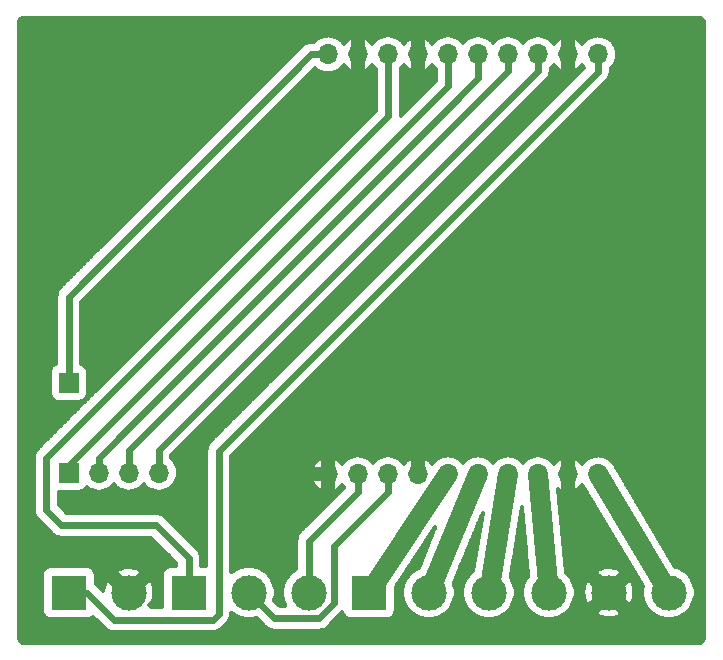
<source format=gbl>
G04 #@! TF.GenerationSoftware,KiCad,Pcbnew,5.0.2-bee76a0~70~ubuntu18.04.1*
G04 #@! TF.CreationDate,2019-04-07T21:24:10+02:00*
G04 #@! TF.ProjectId,TMC2660_mount2,544d4332-3636-4305-9f6d-6f756e74322e,rev?*
G04 #@! TF.SameCoordinates,PX40126abPY799e129*
G04 #@! TF.FileFunction,Copper,L2,Bot*
G04 #@! TF.FilePolarity,Positive*
%FSLAX46Y46*%
G04 Gerber Fmt 4.6, Leading zero omitted, Abs format (unit mm)*
G04 Created by KiCad (PCBNEW 5.0.2-bee76a0~70~ubuntu18.04.1) date 2019-04-07T21:24:10 CEST*
%MOMM*%
%LPD*%
G01*
G04 APERTURE LIST*
G04 #@! TA.AperFunction,ComponentPad*
%ADD10R,1.700000X1.700000*%
G04 #@! TD*
G04 #@! TA.AperFunction,ComponentPad*
%ADD11O,1.700000X1.700000*%
G04 #@! TD*
G04 #@! TA.AperFunction,ComponentPad*
%ADD12C,3.000000*%
G04 #@! TD*
G04 #@! TA.AperFunction,ComponentPad*
%ADD13R,3.000000X3.000000*%
G04 #@! TD*
G04 #@! TA.AperFunction,Conductor*
%ADD14C,0.600000*%
G04 #@! TD*
G04 #@! TA.AperFunction,Conductor*
%ADD15C,1.700000*%
G04 #@! TD*
G04 #@! TA.AperFunction,Conductor*
%ADD16C,0.300000*%
G04 #@! TD*
%ADD17C,0.300000*%
G04 APERTURE END LIST*
D10*
G04 #@! TO.P,J5,1*
G04 #@! TO.N,/SG_TST*
X5668900Y23437420D03*
G04 #@! TD*
D11*
G04 #@! TO.P,J4,4*
G04 #@! TO.N,/SDO*
X13288900Y15817420D03*
G04 #@! TO.P,J4,3*
G04 #@! TO.N,/SDI*
X10748900Y15817420D03*
G04 #@! TO.P,J4,2*
G04 #@! TO.N,/SCK*
X8208900Y15817420D03*
D10*
G04 #@! TO.P,J4,1*
G04 #@! TO.N,/CSn*
X5668900Y15817420D03*
G04 #@! TD*
D12*
G04 #@! TO.P,J3,6*
G04 #@! TO.N,/VS*
X56468781Y5657421D03*
G04 #@! TO.P,J3,5*
G04 #@! TO.N,GND*
X51388781Y5657421D03*
G04 #@! TO.P,J3,4*
G04 #@! TO.N,/A1*
X46308781Y5657421D03*
D13*
G04 #@! TO.P,J3,1*
G04 #@! TO.N,/B2*
X31068781Y5657421D03*
D12*
G04 #@! TO.P,J3,3*
G04 #@! TO.N,/A2*
X41228781Y5657421D03*
G04 #@! TO.P,J3,2*
G04 #@! TO.N,/B1*
X36148781Y5657421D03*
G04 #@! TD*
G04 #@! TO.P,J2,3*
G04 #@! TO.N,/DIR*
X25988881Y5657421D03*
G04 #@! TO.P,J2,2*
G04 #@! TO.N,/STEP*
X20908881Y5657421D03*
D13*
G04 #@! TO.P,J2,1*
G04 #@! TO.N,/DRV_ENn*
X15828881Y5657421D03*
G04 #@! TD*
D12*
G04 #@! TO.P,J1,2*
G04 #@! TO.N,GND*
X10748881Y5657421D03*
D13*
G04 #@! TO.P,J1,1*
G04 #@! TO.N,/VCC*
X5668881Y5657421D03*
G04 #@! TD*
D11*
G04 #@! TO.P,P1,1*
G04 #@! TO.N,/CSn*
X37770781Y51222021D03*
G04 #@! TO.P,P1,2*
G04 #@! TO.N,/SCK*
X40310781Y51222021D03*
G04 #@! TO.P,P1,3*
G04 #@! TO.N,/SDI*
X42850781Y51222021D03*
G04 #@! TO.P,P1,4*
G04 #@! TO.N,/SDO*
X45390781Y51222021D03*
G04 #@! TD*
G04 #@! TO.P,P2,1*
G04 #@! TO.N,/STEP*
X32690781Y15662421D03*
G04 #@! TO.P,P2,2*
G04 #@! TO.N,/DIR*
X30150781Y15662421D03*
G04 #@! TD*
G04 #@! TO.P,P3,4*
G04 #@! TO.N,GND*
X35230781Y51222021D03*
G04 #@! TO.P,P3,3*
G04 #@! TO.N,/DRV_ENn*
X32690781Y51222021D03*
G04 #@! TO.P,P3,2*
G04 #@! TO.N,GND*
X30150781Y51222021D03*
G04 #@! TO.P,P3,1*
G04 #@! TO.N,/SG_TST*
X27610781Y51222021D03*
G04 #@! TD*
G04 #@! TO.P,P4,1*
G04 #@! TO.N,GND*
X27610781Y15662421D03*
G04 #@! TD*
G04 #@! TO.P,P5,1*
G04 #@! TO.N,GND*
X35230781Y15662421D03*
G04 #@! TD*
G04 #@! TO.P,P6,2*
G04 #@! TO.N,/A1*
X45390781Y15662421D03*
G04 #@! TO.P,P6,1*
G04 #@! TO.N,/A2*
X42850781Y15662421D03*
G04 #@! TD*
G04 #@! TO.P,P7,1*
G04 #@! TO.N,/B2*
X37770781Y15662421D03*
G04 #@! TO.P,P7,2*
G04 #@! TO.N,/B1*
X40310781Y15662421D03*
G04 #@! TD*
G04 #@! TO.P,P8,1*
G04 #@! TO.N,GND*
X47930781Y51222021D03*
G04 #@! TO.P,P8,2*
G04 #@! TO.N,/VCC*
X50470781Y51222021D03*
G04 #@! TD*
G04 #@! TO.P,P9,2*
G04 #@! TO.N,/VS*
X50470781Y15662421D03*
G04 #@! TO.P,P9,1*
G04 #@! TO.N,GND*
X47930781Y15662421D03*
G04 #@! TD*
D14*
G04 #@! TO.N,/VCC*
X7192899Y5657421D02*
X5668881Y5657421D01*
X50470781Y49771721D02*
X18368900Y17669840D01*
X9478900Y3371420D02*
X7192899Y5657421D01*
X50470781Y51222021D02*
X50470781Y49771721D01*
X18368900Y17669840D02*
X18368900Y3879420D01*
X18368900Y3879420D02*
X17860900Y3371420D01*
X17860900Y3371420D02*
X9478900Y3371420D01*
G04 #@! TO.N,/DIR*
X30150781Y15662421D02*
X30150781Y14212121D01*
X30150781Y14212121D02*
X25988881Y10050221D01*
X25988881Y10050221D02*
X25988881Y5657421D01*
G04 #@! TO.N,/STEP*
X32690781Y15662421D02*
X32690781Y14180221D01*
X32690781Y14180221D02*
X28124881Y9614321D01*
X28124881Y9614321D02*
X28124881Y4769921D01*
X28124881Y4769921D02*
X26851781Y3496821D01*
X26851781Y3496821D02*
X23069481Y3496821D01*
X23069481Y3496821D02*
X20908881Y5657421D01*
D15*
G04 #@! TO.N,/VS*
X50470781Y15662421D02*
X56468781Y5657421D01*
G04 #@! TO.N,/A1*
X45390781Y15662421D02*
X46308781Y5657421D01*
G04 #@! TO.N,/B2*
X37770781Y15662421D02*
X31068781Y5657421D01*
G04 #@! TO.N,/A2*
X42850781Y15662421D02*
X41228781Y5657421D01*
G04 #@! TO.N,/B1*
X40310781Y15662421D02*
X36148781Y5657421D01*
D14*
G04 #@! TO.N,/SDO*
X45390781Y49824301D02*
X45390781Y51222021D01*
X13288900Y15817420D02*
X13288900Y17722420D01*
X13288900Y17722420D02*
X45390781Y49824301D01*
G04 #@! TO.N,/SDI*
X42850781Y49824301D02*
X42850781Y51222021D01*
X10748900Y15817420D02*
X10748900Y17722420D01*
X10748900Y17722420D02*
X42850781Y49824301D01*
G04 #@! TO.N,/SCK*
X40310781Y49189301D02*
X40310781Y51222021D01*
X8208900Y15817420D02*
X8208900Y17087420D01*
X8208900Y17087420D02*
X40310781Y49189301D01*
G04 #@! TO.N,/CSn*
X5668900Y15817420D02*
X5668900Y16452420D01*
X37770781Y48554301D02*
X37770781Y51222021D01*
X5668900Y16452420D02*
X37770781Y48554301D01*
G04 #@! TO.N,/DRV_ENn*
X32690781Y46014301D02*
X32690781Y51222021D01*
X15828881Y8578439D02*
X13034900Y11372420D01*
X15828881Y5657421D02*
X15828881Y8578439D01*
X3763900Y17087420D02*
X32690781Y46014301D01*
X13034900Y11372420D02*
X5033900Y11372420D01*
X5033900Y11372420D02*
X3763900Y12642420D01*
X3763900Y12642420D02*
X3763900Y17087420D01*
G04 #@! TO.N,/SG_TST*
X26160481Y51222021D02*
X27610781Y51222021D01*
X5668900Y23437420D02*
X5668900Y30730440D01*
X5668900Y30730440D02*
X26160481Y51222021D01*
G04 #@! TD*
D16*
G04 #@! TO.N,GND*
X59151971Y54329420D02*
X1715829Y54329420D01*
X59420901Y54044420D02*
X1446900Y54044420D01*
X59420901Y53759420D02*
X1446900Y53759420D01*
X59420901Y53474420D02*
X1446900Y53474420D01*
X59420901Y53189420D02*
X1446900Y53189420D01*
X59420901Y52904420D02*
X1446900Y52904420D01*
X26813993Y52619420D02*
X1446900Y52619420D01*
X31893993Y52619420D02*
X28407570Y52619420D01*
X36973993Y52619420D02*
X33487570Y52619420D01*
X39513993Y52619420D02*
X38567570Y52619420D01*
X42053993Y52619420D02*
X41107570Y52619420D01*
X44593993Y52619420D02*
X43647570Y52619420D01*
X49673993Y52619420D02*
X46187570Y52619420D01*
X59420901Y52619420D02*
X51267570Y52619420D01*
X26443526Y52334420D02*
X1446900Y52334420D01*
X29133746Y52334420D02*
X28778037Y52334420D01*
X30575781Y52334420D02*
X29725781Y52334420D01*
X31523526Y52334420D02*
X31167817Y52334420D01*
X34213746Y52334420D02*
X33858037Y52334420D01*
X35655781Y52334420D02*
X34805781Y52334420D01*
X36603526Y52334420D02*
X36247817Y52334420D01*
X39143525Y52334420D02*
X38938038Y52334420D01*
X41683525Y52334420D02*
X41478038Y52334420D01*
X44223525Y52334420D02*
X44018038Y52334420D01*
X46913746Y52334420D02*
X46558037Y52334420D01*
X48355781Y52334420D02*
X47505781Y52334420D01*
X49303526Y52334420D02*
X48947817Y52334420D01*
X59420901Y52334420D02*
X51638038Y52334420D01*
X25500935Y52049420D02*
X1446900Y52049420D01*
X30575781Y52049420D02*
X29725781Y52049420D01*
X35655781Y52049420D02*
X34805781Y52049420D01*
X48355781Y52049420D02*
X47505781Y52049420D01*
X59420901Y52049420D02*
X51851819Y52049420D01*
X25206643Y51764420D02*
X1446900Y51764420D01*
X30575781Y51764420D02*
X29725781Y51764420D01*
X35655781Y51764420D02*
X34805781Y51764420D01*
X48355781Y51764420D02*
X47505781Y51764420D01*
X59420901Y51764420D02*
X51986601Y51764420D01*
X24921643Y51479420D02*
X1446900Y51479420D01*
X30620781Y51479420D02*
X29680781Y51479420D01*
X35700781Y51479420D02*
X34760781Y51479420D01*
X48400781Y51479420D02*
X47460781Y51479420D01*
X59420901Y51479420D02*
X52061210Y51479420D01*
X24636643Y51194420D02*
X1446900Y51194420D01*
X30620781Y51194420D02*
X29680781Y51194420D01*
X35700781Y51194420D02*
X34760781Y51194420D01*
X48400781Y51194420D02*
X47460781Y51194420D01*
X59420901Y51194420D02*
X52083842Y51194420D01*
X24351643Y50909420D02*
X1446900Y50909420D01*
X30620781Y50909420D02*
X29680781Y50909420D01*
X35700781Y50909420D02*
X34760781Y50909420D01*
X48400781Y50909420D02*
X47460781Y50909420D01*
X59420901Y50909420D02*
X52055772Y50909420D01*
X24066643Y50624420D02*
X1446900Y50624420D01*
X30575781Y50624420D02*
X29725781Y50624420D01*
X35655781Y50624420D02*
X34805781Y50624420D01*
X48355781Y50624420D02*
X47505781Y50624420D01*
X59420901Y50624420D02*
X51969855Y50624420D01*
X23781643Y50339420D02*
X1446900Y50339420D01*
X30575781Y50339420D02*
X29725781Y50339420D01*
X35655781Y50339420D02*
X34805781Y50339420D01*
X48355781Y50339420D02*
X47505781Y50339420D01*
X59420901Y50339420D02*
X51822312Y50339420D01*
X23496643Y50054420D02*
X1446900Y50054420D01*
X26498801Y50054420D02*
X26489117Y50054420D01*
X29205686Y50054420D02*
X28722759Y50054420D01*
X30575781Y50054420D02*
X29725781Y50054420D01*
X31578802Y50054420D02*
X31095875Y50054420D01*
X34285686Y50054420D02*
X33802759Y50054420D01*
X35655781Y50054420D02*
X34805781Y50054420D01*
X36658802Y50054420D02*
X36175875Y50054420D01*
X46985686Y50054420D02*
X46502759Y50054420D01*
X48355781Y50054420D02*
X47505781Y50054420D01*
X49257243Y50054420D02*
X48875875Y50054420D01*
X59420901Y50054420D02*
X51582759Y50054420D01*
X23211643Y49769420D02*
X1446900Y49769420D01*
X26917268Y49769420D02*
X26204117Y49769420D01*
X31632782Y49769420D02*
X28304293Y49769420D01*
X36712782Y49769420D02*
X33748781Y49769420D01*
X48972243Y49769420D02*
X46448494Y49769420D01*
X59420901Y49769420D02*
X51533673Y49769420D01*
X22926643Y49484420D02*
X1446900Y49484420D01*
X31632782Y49484420D02*
X25919117Y49484420D01*
X36712782Y49484420D02*
X33748781Y49484420D01*
X48687243Y49484420D02*
X46393285Y49484420D01*
X59420901Y49484420D02*
X51489235Y49484420D01*
X22641643Y49199420D02*
X1446900Y49199420D01*
X31632782Y49199420D02*
X25634117Y49199420D01*
X36712782Y49199420D02*
X33748781Y49199420D01*
X48402243Y49199420D02*
X46246628Y49199420D01*
X59420901Y49199420D02*
X51364532Y49199420D01*
X22356643Y48914420D02*
X1446900Y48914420D01*
X31632782Y48914420D02*
X25349117Y48914420D01*
X36634662Y48914420D02*
X33748781Y48914420D01*
X48117243Y48914420D02*
X45977137Y48914420D01*
X59420901Y48914420D02*
X51109717Y48914420D01*
X22071643Y48629420D02*
X1446900Y48629420D01*
X31632782Y48629420D02*
X25064117Y48629420D01*
X36349662Y48629420D02*
X33748781Y48629420D01*
X47832243Y48629420D02*
X45692137Y48629420D01*
X59420901Y48629420D02*
X50824717Y48629420D01*
X21786643Y48344420D02*
X1446900Y48344420D01*
X31632782Y48344420D02*
X24779117Y48344420D01*
X36064662Y48344420D02*
X33748781Y48344420D01*
X47547243Y48344420D02*
X45407137Y48344420D01*
X59420901Y48344420D02*
X50539717Y48344420D01*
X21501643Y48059420D02*
X1446900Y48059420D01*
X31632782Y48059420D02*
X24494117Y48059420D01*
X35779662Y48059420D02*
X33748781Y48059420D01*
X47262243Y48059420D02*
X45122137Y48059420D01*
X59420901Y48059420D02*
X50254717Y48059420D01*
X21216643Y47774420D02*
X1446900Y47774420D01*
X31632782Y47774420D02*
X24209117Y47774420D01*
X35494662Y47774420D02*
X33748781Y47774420D01*
X46977243Y47774420D02*
X44837137Y47774420D01*
X59420901Y47774420D02*
X49969717Y47774420D01*
X20931643Y47489420D02*
X1446900Y47489420D01*
X31632782Y47489420D02*
X23924117Y47489420D01*
X35209662Y47489420D02*
X33748781Y47489420D01*
X46692243Y47489420D02*
X44552137Y47489420D01*
X59420901Y47489420D02*
X49684717Y47489420D01*
X20646643Y47204420D02*
X1446900Y47204420D01*
X31632782Y47204420D02*
X23639117Y47204420D01*
X34924662Y47204420D02*
X33748781Y47204420D01*
X46407243Y47204420D02*
X44267137Y47204420D01*
X59420901Y47204420D02*
X49399717Y47204420D01*
X20361643Y46919420D02*
X1446900Y46919420D01*
X31632782Y46919420D02*
X23354117Y46919420D01*
X34639662Y46919420D02*
X33748781Y46919420D01*
X46122243Y46919420D02*
X43982137Y46919420D01*
X59420901Y46919420D02*
X49114717Y46919420D01*
X20076643Y46634420D02*
X1446900Y46634420D01*
X31632782Y46634420D02*
X23069117Y46634420D01*
X34354662Y46634420D02*
X33748781Y46634420D01*
X45837243Y46634420D02*
X43697137Y46634420D01*
X59420901Y46634420D02*
X48829717Y46634420D01*
X19791643Y46349420D02*
X1446900Y46349420D01*
X31529663Y46349420D02*
X22784117Y46349420D01*
X34069662Y46349420D02*
X33748781Y46349420D01*
X45552243Y46349420D02*
X43412137Y46349420D01*
X59420901Y46349420D02*
X48544717Y46349420D01*
X19506643Y46064420D02*
X1446900Y46064420D01*
X31244663Y46064420D02*
X22499117Y46064420D01*
X33784662Y46064420D02*
X33748964Y46064420D01*
X45267243Y46064420D02*
X43127137Y46064420D01*
X59420901Y46064420D02*
X48259717Y46064420D01*
X19221643Y45779420D02*
X1446900Y45779420D01*
X30959663Y45779420D02*
X22214117Y45779420D01*
X44982243Y45779420D02*
X42842137Y45779420D01*
X59420901Y45779420D02*
X47974717Y45779420D01*
X18936643Y45494420D02*
X1446900Y45494420D01*
X30674663Y45494420D02*
X21929117Y45494420D01*
X44697243Y45494420D02*
X42557137Y45494420D01*
X59420901Y45494420D02*
X47689717Y45494420D01*
X18651643Y45209420D02*
X1446900Y45209420D01*
X30389663Y45209420D02*
X21644117Y45209420D01*
X44412243Y45209420D02*
X42272137Y45209420D01*
X59420901Y45209420D02*
X47404717Y45209420D01*
X18366643Y44924420D02*
X1446900Y44924420D01*
X30104663Y44924420D02*
X21359117Y44924420D01*
X44127243Y44924420D02*
X41987137Y44924420D01*
X59420901Y44924420D02*
X47119717Y44924420D01*
X18081643Y44639420D02*
X1446900Y44639420D01*
X29819663Y44639420D02*
X21074117Y44639420D01*
X43842243Y44639420D02*
X41702137Y44639420D01*
X59420901Y44639420D02*
X46834717Y44639420D01*
X17796643Y44354420D02*
X1446900Y44354420D01*
X29534663Y44354420D02*
X20789117Y44354420D01*
X43557243Y44354420D02*
X41417137Y44354420D01*
X59420901Y44354420D02*
X46549717Y44354420D01*
X17511643Y44069420D02*
X1446900Y44069420D01*
X29249663Y44069420D02*
X20504117Y44069420D01*
X43272243Y44069420D02*
X41132137Y44069420D01*
X59420901Y44069420D02*
X46264717Y44069420D01*
X17226643Y43784420D02*
X1446900Y43784420D01*
X28964663Y43784420D02*
X20219117Y43784420D01*
X42987243Y43784420D02*
X40847137Y43784420D01*
X59420901Y43784420D02*
X45979717Y43784420D01*
X16941643Y43499420D02*
X1446900Y43499420D01*
X28679663Y43499420D02*
X19934117Y43499420D01*
X42702243Y43499420D02*
X40562137Y43499420D01*
X59420901Y43499420D02*
X45694717Y43499420D01*
X16656643Y43214420D02*
X1446900Y43214420D01*
X28394663Y43214420D02*
X19649117Y43214420D01*
X42417243Y43214420D02*
X40277137Y43214420D01*
X59420901Y43214420D02*
X45409717Y43214420D01*
X16371643Y42929420D02*
X1446900Y42929420D01*
X28109663Y42929420D02*
X19364117Y42929420D01*
X42132243Y42929420D02*
X39992137Y42929420D01*
X59420901Y42929420D02*
X45124717Y42929420D01*
X16086643Y42644420D02*
X1446900Y42644420D01*
X27824663Y42644420D02*
X19079117Y42644420D01*
X41847243Y42644420D02*
X39707137Y42644420D01*
X59420901Y42644420D02*
X44839717Y42644420D01*
X15801643Y42359420D02*
X1446900Y42359420D01*
X27539663Y42359420D02*
X18794117Y42359420D01*
X41562243Y42359420D02*
X39422137Y42359420D01*
X59420901Y42359420D02*
X44554717Y42359420D01*
X15516643Y42074420D02*
X1446900Y42074420D01*
X27254663Y42074420D02*
X18509117Y42074420D01*
X41277243Y42074420D02*
X39137137Y42074420D01*
X59420901Y42074420D02*
X44269717Y42074420D01*
X15231643Y41789420D02*
X1446900Y41789420D01*
X26969663Y41789420D02*
X18224117Y41789420D01*
X40992243Y41789420D02*
X38852137Y41789420D01*
X59420901Y41789420D02*
X43984717Y41789420D01*
X14946643Y41504420D02*
X1446900Y41504420D01*
X26684663Y41504420D02*
X17939117Y41504420D01*
X40707243Y41504420D02*
X38567137Y41504420D01*
X59420901Y41504420D02*
X43699717Y41504420D01*
X14661643Y41219420D02*
X1446900Y41219420D01*
X26399663Y41219420D02*
X17654117Y41219420D01*
X40422243Y41219420D02*
X38282137Y41219420D01*
X59420901Y41219420D02*
X43414717Y41219420D01*
X14376643Y40934420D02*
X1446900Y40934420D01*
X26114663Y40934420D02*
X17369117Y40934420D01*
X40137243Y40934420D02*
X37997137Y40934420D01*
X59420901Y40934420D02*
X43129717Y40934420D01*
X14091643Y40649420D02*
X1446900Y40649420D01*
X25829663Y40649420D02*
X17084117Y40649420D01*
X39852243Y40649420D02*
X37712137Y40649420D01*
X59420901Y40649420D02*
X42844717Y40649420D01*
X13806643Y40364420D02*
X1446900Y40364420D01*
X25544663Y40364420D02*
X16799117Y40364420D01*
X39567243Y40364420D02*
X37427137Y40364420D01*
X59420901Y40364420D02*
X42559717Y40364420D01*
X13521643Y40079420D02*
X1446900Y40079420D01*
X25259663Y40079420D02*
X16514117Y40079420D01*
X39282243Y40079420D02*
X37142137Y40079420D01*
X59420901Y40079420D02*
X42274717Y40079420D01*
X13236643Y39794420D02*
X1446900Y39794420D01*
X24974663Y39794420D02*
X16229117Y39794420D01*
X38997243Y39794420D02*
X36857137Y39794420D01*
X59420901Y39794420D02*
X41989717Y39794420D01*
X12951643Y39509420D02*
X1446900Y39509420D01*
X24689663Y39509420D02*
X15944117Y39509420D01*
X38712243Y39509420D02*
X36572137Y39509420D01*
X59420901Y39509420D02*
X41704717Y39509420D01*
X12666643Y39224420D02*
X1446900Y39224420D01*
X24404663Y39224420D02*
X15659117Y39224420D01*
X38427243Y39224420D02*
X36287137Y39224420D01*
X59420901Y39224420D02*
X41419717Y39224420D01*
X12381643Y38939420D02*
X1446900Y38939420D01*
X24119663Y38939420D02*
X15374117Y38939420D01*
X38142243Y38939420D02*
X36002137Y38939420D01*
X59420901Y38939420D02*
X41134717Y38939420D01*
X12096643Y38654420D02*
X1446900Y38654420D01*
X23834663Y38654420D02*
X15089117Y38654420D01*
X37857243Y38654420D02*
X35717137Y38654420D01*
X59420901Y38654420D02*
X40849717Y38654420D01*
X11811643Y38369420D02*
X1446900Y38369420D01*
X23549663Y38369420D02*
X14804117Y38369420D01*
X37572243Y38369420D02*
X35432137Y38369420D01*
X59420901Y38369420D02*
X40564717Y38369420D01*
X11526643Y38084420D02*
X1446900Y38084420D01*
X23264663Y38084420D02*
X14519117Y38084420D01*
X37287243Y38084420D02*
X35147137Y38084420D01*
X59420901Y38084420D02*
X40279717Y38084420D01*
X11241643Y37799420D02*
X1446900Y37799420D01*
X22979663Y37799420D02*
X14234117Y37799420D01*
X37002243Y37799420D02*
X34862137Y37799420D01*
X59420901Y37799420D02*
X39994717Y37799420D01*
X10956643Y37514420D02*
X1446900Y37514420D01*
X22694663Y37514420D02*
X13949117Y37514420D01*
X36717243Y37514420D02*
X34577137Y37514420D01*
X59420901Y37514420D02*
X39709717Y37514420D01*
X10671643Y37229420D02*
X1446900Y37229420D01*
X22409663Y37229420D02*
X13664117Y37229420D01*
X36432243Y37229420D02*
X34292137Y37229420D01*
X59420901Y37229420D02*
X39424717Y37229420D01*
X10386643Y36944420D02*
X1446900Y36944420D01*
X22124663Y36944420D02*
X13379117Y36944420D01*
X36147243Y36944420D02*
X34007137Y36944420D01*
X59420901Y36944420D02*
X39139717Y36944420D01*
X10101643Y36659420D02*
X1446900Y36659420D01*
X21839663Y36659420D02*
X13094117Y36659420D01*
X35862243Y36659420D02*
X33722137Y36659420D01*
X59420901Y36659420D02*
X38854717Y36659420D01*
X9816643Y36374420D02*
X1446900Y36374420D01*
X21554663Y36374420D02*
X12809117Y36374420D01*
X35577243Y36374420D02*
X33437137Y36374420D01*
X59420901Y36374420D02*
X38569717Y36374420D01*
X9531643Y36089420D02*
X1446900Y36089420D01*
X21269663Y36089420D02*
X12524117Y36089420D01*
X35292243Y36089420D02*
X33152137Y36089420D01*
X59420901Y36089420D02*
X38284717Y36089420D01*
X9246643Y35804420D02*
X1446900Y35804420D01*
X20984663Y35804420D02*
X12239117Y35804420D01*
X35007243Y35804420D02*
X32867137Y35804420D01*
X59420901Y35804420D02*
X37999717Y35804420D01*
X8961643Y35519420D02*
X1446900Y35519420D01*
X20699663Y35519420D02*
X11954117Y35519420D01*
X34722243Y35519420D02*
X32582137Y35519420D01*
X59420901Y35519420D02*
X37714717Y35519420D01*
X8676643Y35234420D02*
X1446900Y35234420D01*
X20414663Y35234420D02*
X11669117Y35234420D01*
X34437243Y35234420D02*
X32297137Y35234420D01*
X59420901Y35234420D02*
X37429717Y35234420D01*
X8391643Y34949420D02*
X1446900Y34949420D01*
X20129663Y34949420D02*
X11384117Y34949420D01*
X34152243Y34949420D02*
X32012137Y34949420D01*
X59420901Y34949420D02*
X37144717Y34949420D01*
X8106643Y34664420D02*
X1446900Y34664420D01*
X19844663Y34664420D02*
X11099117Y34664420D01*
X33867243Y34664420D02*
X31727137Y34664420D01*
X59420901Y34664420D02*
X36859717Y34664420D01*
X7821643Y34379420D02*
X1446900Y34379420D01*
X19559663Y34379420D02*
X10814117Y34379420D01*
X33582243Y34379420D02*
X31442137Y34379420D01*
X59420901Y34379420D02*
X36574717Y34379420D01*
X7536643Y34094420D02*
X1446900Y34094420D01*
X19274663Y34094420D02*
X10529117Y34094420D01*
X33297243Y34094420D02*
X31157137Y34094420D01*
X59420901Y34094420D02*
X36289717Y34094420D01*
X7251643Y33809420D02*
X1446900Y33809420D01*
X18989663Y33809420D02*
X10244117Y33809420D01*
X33012243Y33809420D02*
X30872137Y33809420D01*
X59420901Y33809420D02*
X36004717Y33809420D01*
X6966643Y33524420D02*
X1446900Y33524420D01*
X18704663Y33524420D02*
X9959117Y33524420D01*
X32727243Y33524420D02*
X30587137Y33524420D01*
X59420901Y33524420D02*
X35719717Y33524420D01*
X6681643Y33239420D02*
X1446900Y33239420D01*
X18419663Y33239420D02*
X9674117Y33239420D01*
X32442243Y33239420D02*
X30302137Y33239420D01*
X59420901Y33239420D02*
X35434717Y33239420D01*
X6396643Y32954420D02*
X1446900Y32954420D01*
X18134663Y32954420D02*
X9389117Y32954420D01*
X32157243Y32954420D02*
X30017137Y32954420D01*
X59420901Y32954420D02*
X35149717Y32954420D01*
X6111643Y32669420D02*
X1446900Y32669420D01*
X17849663Y32669420D02*
X9104117Y32669420D01*
X31872243Y32669420D02*
X29732137Y32669420D01*
X59420901Y32669420D02*
X34864717Y32669420D01*
X5826643Y32384420D02*
X1446900Y32384420D01*
X17564663Y32384420D02*
X8819117Y32384420D01*
X31587243Y32384420D02*
X29447137Y32384420D01*
X59420901Y32384420D02*
X34579717Y32384420D01*
X5541643Y32099420D02*
X1446900Y32099420D01*
X17279663Y32099420D02*
X8534117Y32099420D01*
X31302243Y32099420D02*
X29162137Y32099420D01*
X59420901Y32099420D02*
X34294717Y32099420D01*
X5256643Y31814420D02*
X1446900Y31814420D01*
X16994663Y31814420D02*
X8249117Y31814420D01*
X31017243Y31814420D02*
X28877137Y31814420D01*
X59420901Y31814420D02*
X34009717Y31814420D01*
X4971643Y31529420D02*
X1446900Y31529420D01*
X16709663Y31529420D02*
X7964117Y31529420D01*
X30732243Y31529420D02*
X28592137Y31529420D01*
X59420901Y31529420D02*
X33724717Y31529420D01*
X4743976Y31244420D02*
X1446900Y31244420D01*
X16424663Y31244420D02*
X7679117Y31244420D01*
X30447243Y31244420D02*
X28307137Y31244420D01*
X59420901Y31244420D02*
X33439717Y31244420D01*
X4632755Y30959420D02*
X1446900Y30959420D01*
X16139663Y30959420D02*
X7394117Y30959420D01*
X30162243Y30959420D02*
X28022137Y30959420D01*
X59420901Y30959420D02*
X33154717Y30959420D01*
X4610901Y30674420D02*
X1446900Y30674420D01*
X15854663Y30674420D02*
X7109117Y30674420D01*
X29877243Y30674420D02*
X27737137Y30674420D01*
X59420901Y30674420D02*
X32869717Y30674420D01*
X4610901Y30389420D02*
X1446900Y30389420D01*
X15569663Y30389420D02*
X6824117Y30389420D01*
X29592243Y30389420D02*
X27452137Y30389420D01*
X59420901Y30389420D02*
X32584717Y30389420D01*
X4610901Y30104420D02*
X1446900Y30104420D01*
X15284663Y30104420D02*
X6726900Y30104420D01*
X29307243Y30104420D02*
X27167137Y30104420D01*
X59420901Y30104420D02*
X32299717Y30104420D01*
X4610901Y29819420D02*
X1446900Y29819420D01*
X14999663Y29819420D02*
X6726900Y29819420D01*
X29022243Y29819420D02*
X26882137Y29819420D01*
X59420901Y29819420D02*
X32014717Y29819420D01*
X4610901Y29534420D02*
X1446900Y29534420D01*
X14714663Y29534420D02*
X6726900Y29534420D01*
X28737243Y29534420D02*
X26597137Y29534420D01*
X59420901Y29534420D02*
X31729717Y29534420D01*
X4610901Y29249420D02*
X1446900Y29249420D01*
X14429663Y29249420D02*
X6726900Y29249420D01*
X28452243Y29249420D02*
X26312137Y29249420D01*
X59420901Y29249420D02*
X31444717Y29249420D01*
X4610901Y28964420D02*
X1446900Y28964420D01*
X14144663Y28964420D02*
X6726900Y28964420D01*
X28167243Y28964420D02*
X26027137Y28964420D01*
X59420901Y28964420D02*
X31159717Y28964420D01*
X4610901Y28679420D02*
X1446900Y28679420D01*
X13859663Y28679420D02*
X6726900Y28679420D01*
X27882243Y28679420D02*
X25742137Y28679420D01*
X59420901Y28679420D02*
X30874717Y28679420D01*
X4610901Y28394420D02*
X1446900Y28394420D01*
X13574663Y28394420D02*
X6726900Y28394420D01*
X27597243Y28394420D02*
X25457137Y28394420D01*
X59420901Y28394420D02*
X30589717Y28394420D01*
X4610901Y28109420D02*
X1446900Y28109420D01*
X13289663Y28109420D02*
X6726900Y28109420D01*
X27312243Y28109420D02*
X25172137Y28109420D01*
X59420901Y28109420D02*
X30304717Y28109420D01*
X4610901Y27824420D02*
X1446900Y27824420D01*
X13004663Y27824420D02*
X6726900Y27824420D01*
X27027243Y27824420D02*
X24887137Y27824420D01*
X59420901Y27824420D02*
X30019717Y27824420D01*
X4610901Y27539420D02*
X1446900Y27539420D01*
X12719663Y27539420D02*
X6726900Y27539420D01*
X26742243Y27539420D02*
X24602137Y27539420D01*
X59420901Y27539420D02*
X29734717Y27539420D01*
X4610901Y27254420D02*
X1446900Y27254420D01*
X12434663Y27254420D02*
X6726900Y27254420D01*
X26457243Y27254420D02*
X24317137Y27254420D01*
X59420901Y27254420D02*
X29449717Y27254420D01*
X4610901Y26969420D02*
X1446900Y26969420D01*
X12149663Y26969420D02*
X6726900Y26969420D01*
X26172243Y26969420D02*
X24032137Y26969420D01*
X59420901Y26969420D02*
X29164717Y26969420D01*
X4610901Y26684420D02*
X1446900Y26684420D01*
X11864663Y26684420D02*
X6726900Y26684420D01*
X25887243Y26684420D02*
X23747137Y26684420D01*
X59420901Y26684420D02*
X28879717Y26684420D01*
X4610901Y26399420D02*
X1446900Y26399420D01*
X11579663Y26399420D02*
X6726900Y26399420D01*
X25602243Y26399420D02*
X23462137Y26399420D01*
X59420901Y26399420D02*
X28594717Y26399420D01*
X4610901Y26114420D02*
X1446900Y26114420D01*
X11294663Y26114420D02*
X6726900Y26114420D01*
X25317243Y26114420D02*
X23177137Y26114420D01*
X59420901Y26114420D02*
X28309717Y26114420D01*
X4610901Y25829420D02*
X1446900Y25829420D01*
X11009663Y25829420D02*
X6726900Y25829420D01*
X25032243Y25829420D02*
X22892137Y25829420D01*
X59420901Y25829420D02*
X28024717Y25829420D01*
X4610901Y25544420D02*
X1446900Y25544420D01*
X10724663Y25544420D02*
X6726900Y25544420D01*
X24747243Y25544420D02*
X22607137Y25544420D01*
X59420901Y25544420D02*
X27739717Y25544420D01*
X4610901Y25259420D02*
X1446900Y25259420D01*
X10439663Y25259420D02*
X6726900Y25259420D01*
X24462243Y25259420D02*
X22322137Y25259420D01*
X59420901Y25259420D02*
X27454717Y25259420D01*
X4496201Y24974420D02*
X1446900Y24974420D01*
X10154663Y24974420D02*
X6841600Y24974420D01*
X24177243Y24974420D02*
X22037137Y24974420D01*
X59420901Y24974420D02*
X27169717Y24974420D01*
X4174287Y24689420D02*
X1446900Y24689420D01*
X9869663Y24689420D02*
X7163514Y24689420D01*
X23892243Y24689420D02*
X21752137Y24689420D01*
X59420901Y24689420D02*
X26884717Y24689420D01*
X4068757Y24404420D02*
X1446900Y24404420D01*
X9584663Y24404420D02*
X7269044Y24404420D01*
X23607243Y24404420D02*
X21467137Y24404420D01*
X59420901Y24404420D02*
X26599717Y24404420D01*
X4057233Y24119420D02*
X1446900Y24119420D01*
X9299663Y24119420D02*
X7280567Y24119420D01*
X23322243Y24119420D02*
X21182137Y24119420D01*
X59420901Y24119420D02*
X26314717Y24119420D01*
X4057233Y23834420D02*
X1446900Y23834420D01*
X9014663Y23834420D02*
X7280567Y23834420D01*
X23037243Y23834420D02*
X20897137Y23834420D01*
X59420901Y23834420D02*
X26029717Y23834420D01*
X4057233Y23549420D02*
X1446900Y23549420D01*
X8729663Y23549420D02*
X7280567Y23549420D01*
X22752243Y23549420D02*
X20612137Y23549420D01*
X59420901Y23549420D02*
X25744717Y23549420D01*
X4057233Y23264420D02*
X1446900Y23264420D01*
X8444663Y23264420D02*
X7280567Y23264420D01*
X22467243Y23264420D02*
X20327137Y23264420D01*
X59420901Y23264420D02*
X25459717Y23264420D01*
X4057233Y22979420D02*
X1446900Y22979420D01*
X8159663Y22979420D02*
X7280567Y22979420D01*
X22182243Y22979420D02*
X20042137Y22979420D01*
X59420901Y22979420D02*
X25174717Y22979420D01*
X4057233Y22694420D02*
X1446900Y22694420D01*
X7874663Y22694420D02*
X7280567Y22694420D01*
X21897243Y22694420D02*
X19757137Y22694420D01*
X59420901Y22694420D02*
X24889717Y22694420D01*
X4080788Y22409420D02*
X1446900Y22409420D01*
X7589663Y22409420D02*
X7257011Y22409420D01*
X21612243Y22409420D02*
X19472137Y22409420D01*
X59420901Y22409420D02*
X24604717Y22409420D01*
X4218292Y22124420D02*
X1446900Y22124420D01*
X7304663Y22124420D02*
X7119507Y22124420D01*
X21327243Y22124420D02*
X19187137Y22124420D01*
X59420901Y22124420D02*
X24319717Y22124420D01*
X4680134Y21839420D02*
X1446900Y21839420D01*
X7019663Y21839420D02*
X6657665Y21839420D01*
X21042243Y21839420D02*
X18902137Y21839420D01*
X59420901Y21839420D02*
X24034717Y21839420D01*
X6734663Y21554420D02*
X1446900Y21554420D01*
X20757243Y21554420D02*
X18617137Y21554420D01*
X59420901Y21554420D02*
X23749717Y21554420D01*
X6449663Y21269420D02*
X1446900Y21269420D01*
X20472243Y21269420D02*
X18332137Y21269420D01*
X59420901Y21269420D02*
X23464717Y21269420D01*
X6164663Y20984420D02*
X1446900Y20984420D01*
X20187243Y20984420D02*
X18047137Y20984420D01*
X59420901Y20984420D02*
X23179717Y20984420D01*
X5879663Y20699420D02*
X1446900Y20699420D01*
X19902243Y20699420D02*
X17762137Y20699420D01*
X59420901Y20699420D02*
X22894717Y20699420D01*
X5594663Y20414420D02*
X1446900Y20414420D01*
X19617243Y20414420D02*
X17477137Y20414420D01*
X59420901Y20414420D02*
X22609717Y20414420D01*
X5309663Y20129420D02*
X1446900Y20129420D01*
X19332243Y20129420D02*
X17192137Y20129420D01*
X59420901Y20129420D02*
X22324717Y20129420D01*
X5024663Y19844420D02*
X1446900Y19844420D01*
X19047243Y19844420D02*
X16907137Y19844420D01*
X59420901Y19844420D02*
X22039717Y19844420D01*
X4739663Y19559420D02*
X1446900Y19559420D01*
X18762243Y19559420D02*
X16622137Y19559420D01*
X59420901Y19559420D02*
X21754717Y19559420D01*
X4454663Y19274420D02*
X1446900Y19274420D01*
X18477243Y19274420D02*
X16337137Y19274420D01*
X59420901Y19274420D02*
X21469717Y19274420D01*
X4169663Y18989420D02*
X1446900Y18989420D01*
X18192243Y18989420D02*
X16052137Y18989420D01*
X59420901Y18989420D02*
X21184717Y18989420D01*
X3884663Y18704420D02*
X1446900Y18704420D01*
X17907243Y18704420D02*
X15767137Y18704420D01*
X59420901Y18704420D02*
X20899717Y18704420D01*
X3599663Y18419420D02*
X1446900Y18419420D01*
X17615390Y18419420D02*
X15482137Y18419420D01*
X59420901Y18419420D02*
X20614717Y18419420D01*
X3314663Y18134420D02*
X1446900Y18134420D01*
X17417571Y18134420D02*
X15197137Y18134420D01*
X59420901Y18134420D02*
X20329717Y18134420D01*
X3024666Y17849420D02*
X1446900Y17849420D01*
X17323469Y17849420D02*
X14912137Y17849420D01*
X59420901Y17849420D02*
X20044717Y17849420D01*
X2819210Y17564420D02*
X1446900Y17564420D01*
X17310900Y17564420D02*
X14627137Y17564420D01*
X59420901Y17564420D02*
X19759717Y17564420D01*
X2719692Y17279420D02*
X1446900Y17279420D01*
X17310900Y17279420D02*
X14346900Y17279420D01*
X59420901Y17279420D02*
X19474717Y17279420D01*
X2705901Y16994420D02*
X1446900Y16994420D01*
X17310900Y16994420D02*
X14389426Y16994420D01*
X26907457Y16994420D02*
X19426900Y16994420D01*
X28180125Y16994420D02*
X27041438Y16994420D01*
X29239123Y16994420D02*
X28314106Y16994420D01*
X31779123Y16994420D02*
X31062440Y16994420D01*
X34527457Y16994420D02*
X33602440Y16994420D01*
X35800125Y16994420D02*
X34661438Y16994420D01*
X36859123Y16994420D02*
X35934106Y16994420D01*
X39399123Y16994420D02*
X38682697Y16994420D01*
X41939122Y16994420D02*
X41222777Y16994420D01*
X44479123Y16994420D02*
X43762440Y16994420D01*
X47227457Y16994420D02*
X46302440Y16994420D01*
X48500125Y16994420D02*
X47361438Y16994420D01*
X49559123Y16994420D02*
X48634106Y16994420D01*
X59420901Y16994420D02*
X51382440Y16994420D01*
X2705901Y16709420D02*
X1446900Y16709420D01*
X17310900Y16709420D02*
X14635408Y16709420D01*
X26534353Y16709420D02*
X19426900Y16709420D01*
X28035781Y16709420D02*
X27185781Y16709420D01*
X28929853Y16709420D02*
X28687210Y16709420D01*
X31469853Y16709420D02*
X31371710Y16709420D01*
X34154353Y16709420D02*
X33911710Y16709420D01*
X35655781Y16709420D02*
X34805781Y16709420D01*
X36549853Y16709420D02*
X36307210Y16709420D01*
X39089853Y16709420D02*
X38991762Y16709420D01*
X41627011Y16709420D02*
X41531780Y16709420D01*
X44162465Y16709420D02*
X44071710Y16709420D01*
X46854353Y16709420D02*
X46616693Y16709420D01*
X48355781Y16709420D02*
X47505781Y16709420D01*
X49249550Y16709420D02*
X49007210Y16709420D01*
X59420901Y16709420D02*
X51696233Y16709420D01*
X2705901Y16424420D02*
X1446900Y16424420D01*
X17310900Y16424420D02*
X14785124Y16424420D01*
X26317808Y16424420D02*
X19426900Y16424420D01*
X28035781Y16424420D02*
X27185781Y16424420D01*
X35655781Y16424420D02*
X34805781Y16424420D01*
X48355781Y16424420D02*
X47505781Y16424420D01*
X59420901Y16424420D02*
X51888782Y16424420D01*
X2705901Y16139420D02*
X1446900Y16139420D01*
X17310900Y16139420D02*
X14871578Y16139420D01*
X26309530Y16139420D02*
X19426900Y16139420D01*
X28035781Y16139420D02*
X27185781Y16139420D01*
X35655781Y16139420D02*
X34805781Y16139420D01*
X48355781Y16139420D02*
X47505781Y16139420D01*
X59420901Y16139420D02*
X52059640Y16139420D01*
X2705901Y15854420D02*
X1446900Y15854420D01*
X17310900Y15854420D02*
X14901036Y15854420D01*
X28080781Y15854420D02*
X19426900Y15854420D01*
X35700781Y15854420D02*
X34760781Y15854420D01*
X48400781Y15854420D02*
X47460781Y15854420D01*
X59420901Y15854420D02*
X52230497Y15854420D01*
X2705901Y15569420D02*
X1446900Y15569420D01*
X17310900Y15569420D02*
X14880253Y15569420D01*
X28080781Y15569420D02*
X19426900Y15569420D01*
X35700781Y15569420D02*
X34760781Y15569420D01*
X48400781Y15569420D02*
X47460781Y15569420D01*
X59420901Y15569420D02*
X52401355Y15569420D01*
X2705901Y15284420D02*
X1446900Y15284420D01*
X17310900Y15284420D02*
X14807571Y15284420D01*
X28080781Y15284420D02*
X19426900Y15284420D01*
X35582138Y15284420D02*
X34760781Y15284420D01*
X48400781Y15284420D02*
X47460781Y15284420D01*
X59420901Y15284420D02*
X52572213Y15284420D01*
X2705901Y14999420D02*
X1446900Y14999420D01*
X17310900Y14999420D02*
X14674961Y14999420D01*
X26258336Y14999420D02*
X19426900Y14999420D01*
X28035781Y14999420D02*
X27185781Y14999420D01*
X48355781Y14999420D02*
X47505781Y14999420D01*
X59420901Y14999420D02*
X52743070Y14999420D01*
X2705901Y14714420D02*
X1446900Y14714420D01*
X9573930Y14714420D02*
X9383869Y14714420D01*
X12113930Y14714420D02*
X11923869Y14714420D01*
X17310900Y14714420D02*
X14463869Y14714420D01*
X26444446Y14714420D02*
X19426900Y14714420D01*
X28035781Y14714420D02*
X27185781Y14714420D01*
X28848607Y14714420D02*
X28777115Y14714420D01*
X48355781Y14714420D02*
X47505781Y14714420D01*
X49164287Y14714420D02*
X49097115Y14714420D01*
X59420901Y14714420D02*
X52913928Y14714420D01*
X2705901Y14429420D02*
X1446900Y14429420D01*
X7394527Y14429420D02*
X7057955Y14429420D01*
X9934527Y14429420D02*
X9023272Y14429420D01*
X12474527Y14429420D02*
X11563272Y14429420D01*
X17310900Y14429420D02*
X14103272Y14429420D01*
X26754050Y14429420D02*
X19426900Y14429420D01*
X28035781Y14429420D02*
X27185781Y14429420D01*
X28871843Y14429420D02*
X28467511Y14429420D01*
X48355781Y14429420D02*
X47505781Y14429420D01*
X49335145Y14429420D02*
X48787511Y14429420D01*
X59420901Y14429420D02*
X53084786Y14429420D01*
X2705901Y14144420D02*
X1446900Y14144420D01*
X17310900Y14144420D02*
X4821900Y14144420D01*
X28586843Y14144420D02*
X19426900Y14144420D01*
X49506002Y14144420D02*
X47144819Y14144420D01*
X59420901Y14144420D02*
X53255643Y14144420D01*
X2705901Y13859420D02*
X1446900Y13859420D01*
X17310900Y13859420D02*
X4821900Y13859420D01*
X28301843Y13859420D02*
X19426900Y13859420D01*
X49676860Y13859420D02*
X47170969Y13859420D01*
X59420901Y13859420D02*
X53426501Y13859420D01*
X2705901Y13574420D02*
X1446900Y13574420D01*
X17310900Y13574420D02*
X4821900Y13574420D01*
X28016843Y13574420D02*
X19426900Y13574420D01*
X49847718Y13574420D02*
X47197119Y13574420D01*
X59420901Y13574420D02*
X53597358Y13574420D01*
X2705901Y13289420D02*
X1446900Y13289420D01*
X17310900Y13289420D02*
X4821900Y13289420D01*
X27731843Y13289420D02*
X19426900Y13289420D01*
X50018575Y13289420D02*
X47223269Y13289420D01*
X59420901Y13289420D02*
X53768216Y13289420D01*
X2705901Y13004420D02*
X1446900Y13004420D01*
X17310900Y13004420D02*
X4898138Y13004420D01*
X27446843Y13004420D02*
X19426900Y13004420D01*
X50189433Y13004420D02*
X47249418Y13004420D01*
X59420901Y13004420D02*
X53939074Y13004420D01*
X2705901Y12719420D02*
X1446900Y12719420D01*
X17310900Y12719420D02*
X5183138Y12719420D01*
X27161843Y12719420D02*
X19426900Y12719420D01*
X44046058Y12719420D02*
X44002658Y12719420D01*
X50360290Y12719420D02*
X47275568Y12719420D01*
X59420901Y12719420D02*
X54109931Y12719420D01*
X2721390Y12434420D02*
X1446900Y12434420D01*
X13023539Y12434420D02*
X5468138Y12434420D01*
X17310900Y12434420D02*
X13046262Y12434420D01*
X26876843Y12434420D02*
X19426900Y12434420D01*
X44072208Y12434420D02*
X43956454Y12434420D01*
X50531148Y12434420D02*
X47301718Y12434420D01*
X59420901Y12434420D02*
X54280789Y12434420D01*
X2827761Y12149420D02*
X1446900Y12149420D01*
X17310900Y12149420D02*
X13755859Y12149420D01*
X26591843Y12149420D02*
X19426900Y12149420D01*
X40652264Y12149420D02*
X40590983Y12149420D01*
X44098358Y12149420D02*
X43910250Y12149420D01*
X50702005Y12149420D02*
X47327868Y12149420D01*
X59420901Y12149420D02*
X54451647Y12149420D01*
X3044160Y11864420D02*
X1446900Y11864420D01*
X17310900Y11864420D02*
X14039138Y11864420D01*
X26306843Y11864420D02*
X19426900Y11864420D01*
X40606060Y11864420D02*
X40472425Y11864420D01*
X44124508Y11864420D02*
X43864046Y11864420D01*
X50872863Y11864420D02*
X47354018Y11864420D01*
X59420901Y11864420D02*
X54622504Y11864420D01*
X3330662Y11579420D02*
X1446900Y11579420D01*
X17310900Y11579420D02*
X14324138Y11579420D01*
X26021843Y11579420D02*
X19426900Y11579420D01*
X40559856Y11579420D02*
X40353868Y11579420D01*
X44150658Y11579420D02*
X43817842Y11579420D01*
X51043720Y11579420D02*
X47380168Y11579420D01*
X59420901Y11579420D02*
X54793362Y11579420D01*
X3615662Y11294420D02*
X1446900Y11294420D01*
X17310900Y11294420D02*
X14609138Y11294420D01*
X25736843Y11294420D02*
X19426900Y11294420D01*
X40513652Y11294420D02*
X40235310Y11294420D01*
X44176808Y11294420D02*
X43771638Y11294420D01*
X51214578Y11294420D02*
X47406318Y11294420D01*
X59420901Y11294420D02*
X54964220Y11294420D01*
X3900662Y11009420D02*
X1446900Y11009420D01*
X17310900Y11009420D02*
X14894138Y11009420D01*
X25451843Y11009420D02*
X19426900Y11009420D01*
X36633587Y11009420D02*
X36589330Y11009420D01*
X40467448Y11009420D02*
X40116752Y11009420D01*
X44202958Y11009420D02*
X43725434Y11009420D01*
X51385436Y11009420D02*
X47432468Y11009420D01*
X59420901Y11009420D02*
X55135077Y11009420D01*
X4185662Y10724420D02*
X1446900Y10724420D01*
X17310900Y10724420D02*
X15179138Y10724420D01*
X25173508Y10724420D02*
X19426900Y10724420D01*
X36515030Y10724420D02*
X36398418Y10724420D01*
X40421244Y10724420D02*
X39998194Y10724420D01*
X44229108Y10724420D02*
X43679230Y10724420D01*
X51556293Y10724420D02*
X47458618Y10724420D01*
X59420901Y10724420D02*
X55305935Y10724420D01*
X4535026Y10439420D02*
X1446900Y10439420D01*
X17310900Y10439420D02*
X15464138Y10439420D01*
X25001337Y10439420D02*
X19426900Y10439420D01*
X36396472Y10439420D02*
X36207507Y10439420D01*
X40375040Y10439420D02*
X39879637Y10439420D01*
X44255258Y10439420D02*
X43633027Y10439420D01*
X51727151Y10439420D02*
X47484768Y10439420D01*
X59420901Y10439420D02*
X55476792Y10439420D01*
X12756662Y10154420D02*
X1446900Y10154420D01*
X17310900Y10154420D02*
X15749138Y10154420D01*
X24936025Y10154420D02*
X19426900Y10154420D01*
X36277914Y10154420D02*
X36016595Y10154420D01*
X40328836Y10154420D02*
X39761079Y10154420D01*
X44281408Y10154420D02*
X43586823Y10154420D01*
X51898008Y10154420D02*
X47510918Y10154420D01*
X59420901Y10154420D02*
X55647650Y10154420D01*
X13041662Y9869420D02*
X1446900Y9869420D01*
X17310900Y9869420D02*
X16034138Y9869420D01*
X24930881Y9869420D02*
X19426900Y9869420D01*
X36159356Y9869420D02*
X35825683Y9869420D01*
X40282632Y9869420D02*
X39642521Y9869420D01*
X44307558Y9869420D02*
X43540619Y9869420D01*
X52068866Y9869420D02*
X47537068Y9869420D01*
X59420901Y9869420D02*
X55818508Y9869420D01*
X13326662Y9584420D02*
X1446900Y9584420D01*
X17310900Y9584420D02*
X16319138Y9584420D01*
X24930881Y9584420D02*
X19426900Y9584420D01*
X36040799Y9584420D02*
X35634772Y9584420D01*
X40236428Y9584420D02*
X39523963Y9584420D01*
X44333708Y9584420D02*
X43494415Y9584420D01*
X52239723Y9584420D02*
X47563218Y9584420D01*
X59420901Y9584420D02*
X55989365Y9584420D01*
X13611662Y9299420D02*
X1446900Y9299420D01*
X17310900Y9299420D02*
X16605863Y9299420D01*
X24930881Y9299420D02*
X19426900Y9299420D01*
X35922241Y9299420D02*
X35443860Y9299420D01*
X40190225Y9299420D02*
X39405406Y9299420D01*
X44359858Y9299420D02*
X43448211Y9299420D01*
X52410581Y9299420D02*
X47589368Y9299420D01*
X59420901Y9299420D02*
X56160223Y9299420D01*
X13896662Y9014420D02*
X1446900Y9014420D01*
X17310900Y9014420D02*
X16795498Y9014420D01*
X24930881Y9014420D02*
X19426900Y9014420D01*
X35803683Y9014420D02*
X35252949Y9014420D01*
X40144021Y9014420D02*
X39286848Y9014420D01*
X44386008Y9014420D02*
X43402007Y9014420D01*
X52581439Y9014420D02*
X47615517Y9014420D01*
X59420901Y9014420D02*
X56331081Y9014420D01*
X14181662Y8729420D02*
X1446900Y8729420D01*
X17310900Y8729420D02*
X16877130Y8729420D01*
X24930881Y8729420D02*
X19426900Y8729420D01*
X35685126Y8729420D02*
X35062037Y8729420D01*
X40097817Y8729420D02*
X39168290Y8729420D01*
X44412158Y8729420D02*
X43355803Y8729420D01*
X52752296Y8729420D02*
X47641667Y8729420D01*
X59420901Y8729420D02*
X56501938Y8729420D01*
X14466662Y8444420D02*
X1446900Y8444420D01*
X17310900Y8444420D02*
X16886881Y8444420D01*
X24930881Y8444420D02*
X19426900Y8444420D01*
X35566568Y8444420D02*
X34871126Y8444420D01*
X40051613Y8444420D02*
X39049732Y8444420D01*
X44438308Y8444420D02*
X43309599Y8444420D01*
X52923154Y8444420D02*
X47667817Y8444420D01*
X59420901Y8444420D02*
X56672796Y8444420D01*
X14751662Y8159420D02*
X1446900Y8159420D01*
X17310900Y8159420D02*
X16886881Y8159420D01*
X24930881Y8159420D02*
X19426900Y8159420D01*
X35448010Y8159420D02*
X34680214Y8159420D01*
X40005409Y8159420D02*
X38931175Y8159420D01*
X44464458Y8159420D02*
X43263395Y8159420D01*
X53094011Y8159420D02*
X47693967Y8159420D01*
X59420901Y8159420D02*
X56843653Y8159420D01*
X3921282Y7874420D02*
X1446900Y7874420D01*
X14081282Y7874420D02*
X7416481Y7874420D01*
X20480363Y7874420D02*
X19426900Y7874420D01*
X24930881Y7874420D02*
X21337400Y7874420D01*
X35329452Y7874420D02*
X34489303Y7874420D01*
X39959205Y7874420D02*
X38812617Y7874420D01*
X44490608Y7874420D02*
X43217191Y7874420D01*
X53264869Y7874420D02*
X47720117Y7874420D01*
X59420901Y7874420D02*
X57014511Y7874420D01*
X3542832Y7589420D02*
X1446900Y7589420D01*
X9835057Y7589420D02*
X7794931Y7589420D01*
X13702832Y7589420D02*
X11662706Y7589420D01*
X19736031Y7589420D02*
X19426900Y7589420D01*
X24816031Y7589420D02*
X22081732Y7589420D01*
X34975931Y7589420D02*
X34298391Y7589420D01*
X39913001Y7589420D02*
X38694059Y7589420D01*
X44516758Y7589420D02*
X43170988Y7589420D01*
X50474957Y7589420D02*
X47746267Y7589420D01*
X53435726Y7589420D02*
X52302606Y7589420D01*
X59420901Y7589420D02*
X57641632Y7589420D01*
X3421692Y7304420D02*
X1446900Y7304420D01*
X9738278Y7304420D02*
X7916071Y7304420D01*
X13581692Y7304420D02*
X11759484Y7304420D01*
X24442586Y7304420D02*
X22455176Y7304420D01*
X34602486Y7304420D02*
X34107480Y7304420D01*
X39682486Y7304420D02*
X38575501Y7304420D01*
X44542908Y7304420D02*
X43124784Y7304420D01*
X50378178Y7304420D02*
X47855076Y7304420D01*
X53606584Y7304420D02*
X52399384Y7304420D01*
X59420901Y7304420D02*
X58015076Y7304420D01*
X3407214Y7019420D02*
X1446900Y7019420D01*
X10023278Y7019420D02*
X7930548Y7019420D01*
X13567214Y7019420D02*
X11474484Y7019420D01*
X24183267Y7019420D02*
X22714496Y7019420D01*
X34343167Y7019420D02*
X33916568Y7019420D01*
X39423167Y7019420D02*
X38456944Y7019420D01*
X44503167Y7019420D02*
X43078580Y7019420D01*
X50663178Y7019420D02*
X48114396Y7019420D01*
X53777441Y7019420D02*
X52114384Y7019420D01*
X59420901Y7019420D02*
X58274396Y7019420D01*
X3407214Y6734420D02*
X1446900Y6734420D01*
X10308278Y6734420D02*
X7930548Y6734420D01*
X13567214Y6734420D02*
X11189484Y6734420D01*
X23992836Y6734420D02*
X22904927Y6734420D01*
X34152736Y6734420D02*
X33725656Y6734420D01*
X39232736Y6734420D02*
X38338386Y6734420D01*
X44312736Y6734420D02*
X43224827Y6734420D01*
X50948178Y6734420D02*
X48304827Y6734420D01*
X53948299Y6734420D02*
X51829384Y6734420D01*
X59420901Y6734420D02*
X58464827Y6734420D01*
X3407214Y6449420D02*
X1446900Y6449420D01*
X8738069Y6449420D02*
X7930548Y6449420D01*
X10593278Y6449420D02*
X9320486Y6449420D01*
X12177276Y6449420D02*
X10904484Y6449420D01*
X13567214Y6449420D02*
X12767101Y6449420D01*
X23872897Y6449420D02*
X23024866Y6449420D01*
X34032797Y6449420D02*
X33534745Y6449420D01*
X39112797Y6449420D02*
X38264766Y6449420D01*
X44192797Y6449420D02*
X43344766Y6449420D01*
X49377969Y6449420D02*
X48424766Y6449420D01*
X51233178Y6449420D02*
X49960386Y6449420D01*
X52817176Y6449420D02*
X51544384Y6449420D01*
X54119157Y6449420D02*
X53407001Y6449420D01*
X59420901Y6449420D02*
X58584766Y6449420D01*
X3407214Y6164420D02*
X1446900Y6164420D01*
X8643274Y6164420D02*
X8182138Y6164420D01*
X11892276Y6164420D02*
X9605486Y6164420D01*
X13567214Y6164420D02*
X12847541Y6164420D01*
X23787493Y6164420D02*
X23110270Y6164420D01*
X33947393Y6164420D02*
X33343833Y6164420D01*
X39027393Y6164420D02*
X38350170Y6164420D01*
X44107393Y6164420D02*
X43430170Y6164420D01*
X49283174Y6164420D02*
X48510170Y6164420D01*
X52532176Y6164420D02*
X50245386Y6164420D01*
X54267394Y6164420D02*
X53487441Y6164420D01*
X59420901Y6164420D02*
X58670170Y6164420D01*
X3407214Y5879420D02*
X1446900Y5879420D01*
X8601818Y5879420D02*
X8467138Y5879420D01*
X11607276Y5879420D02*
X9890486Y5879420D01*
X13567214Y5879420D02*
X12896504Y5879420D01*
X23730881Y5879420D02*
X23166881Y5879420D01*
X33890781Y5879420D02*
X33330448Y5879420D01*
X38970781Y5879420D02*
X38406781Y5879420D01*
X44050781Y5879420D02*
X43486781Y5879420D01*
X49241718Y5879420D02*
X48566781Y5879420D01*
X52247176Y5879420D02*
X50530386Y5879420D01*
X54210781Y5879420D02*
X53536404Y5879420D01*
X59420901Y5879420D02*
X58726781Y5879420D01*
X3407214Y5594420D02*
X1446900Y5594420D01*
X11350562Y5594420D02*
X10147201Y5594420D01*
X13567214Y5594420D02*
X12915883Y5594420D01*
X23730881Y5594420D02*
X23166881Y5594420D01*
X33890781Y5594420D02*
X33330448Y5594420D01*
X38970781Y5594420D02*
X38406781Y5594420D01*
X44050781Y5594420D02*
X43486781Y5594420D01*
X49229755Y5594420D02*
X48566781Y5594420D01*
X52088178Y5594420D02*
X50689384Y5594420D01*
X54210781Y5594420D02*
X53555783Y5594420D01*
X59420901Y5594420D02*
X58726781Y5594420D01*
X3407214Y5309420D02*
X1446900Y5309420D01*
X11065562Y5309420D02*
X10432201Y5309420D01*
X13567214Y5309420D02*
X12880143Y5309420D01*
X23755865Y5309420D02*
X23141896Y5309420D01*
X33915765Y5309420D02*
X33330448Y5309420D01*
X38995765Y5309420D02*
X38381796Y5309420D01*
X44075765Y5309420D02*
X43461796Y5309420D01*
X49250195Y5309420D02*
X48541796Y5309420D01*
X52373178Y5309420D02*
X50404384Y5309420D01*
X54235765Y5309420D02*
X53520043Y5309420D01*
X59420901Y5309420D02*
X58701796Y5309420D01*
X3407214Y5024420D02*
X1446900Y5024420D01*
X10780562Y5024420D02*
X10717201Y5024420D01*
X13567214Y5024420D02*
X12812578Y5024420D01*
X23812556Y5024420D02*
X23085205Y5024420D01*
X33972456Y5024420D02*
X33330448Y5024420D01*
X39052456Y5024420D02*
X38325105Y5024420D01*
X44132456Y5024420D02*
X43405105Y5024420D01*
X49324715Y5024420D02*
X48485105Y5024420D01*
X52658178Y5024420D02*
X50119384Y5024420D01*
X54292456Y5024420D02*
X53452478Y5024420D01*
X59420901Y5024420D02*
X58645105Y5024420D01*
X3407214Y4739420D02*
X1446900Y4739420D01*
X13567214Y4739420D02*
X12674339Y4739420D01*
X23925088Y4739420D02*
X23323120Y4739420D01*
X34084988Y4739420D02*
X33330448Y4739420D01*
X39164988Y4739420D02*
X38212573Y4739420D01*
X44244988Y4739420D02*
X43292573Y4739420D01*
X49463322Y4739420D02*
X48372573Y4739420D01*
X51107176Y4739420D02*
X49834384Y4739420D01*
X52943178Y4739420D02*
X51670386Y4739420D01*
X54404988Y4739420D02*
X53314239Y4739420D01*
X59420901Y4739420D02*
X58532573Y4739420D01*
X3407214Y4454420D02*
X1446900Y4454420D01*
X13567214Y4454420D02*
X12588281Y4454420D01*
X34236927Y4454420D02*
X33330448Y4454420D01*
X39316927Y4454420D02*
X38060634Y4454420D01*
X44396927Y4454420D02*
X43140634Y4454420D01*
X50822176Y4454420D02*
X48220634Y4454420D01*
X54556927Y4454420D02*
X51955386Y4454420D01*
X59420901Y4454420D02*
X58380634Y4454420D01*
X3407214Y4169420D02*
X1446900Y4169420D01*
X34443488Y4169420D02*
X33330448Y4169420D01*
X39523488Y4169420D02*
X37854074Y4169420D01*
X44603488Y4169420D02*
X42934074Y4169420D01*
X50537176Y4169420D02*
X48014074Y4169420D01*
X54763488Y4169420D02*
X52240386Y4169420D01*
X59420901Y4169420D02*
X58174074Y4169420D01*
X3459587Y3884420D02*
X1446900Y3884420D01*
X19498072Y3884420D02*
X19431527Y3884420D01*
X28859487Y3884420D02*
X28735617Y3884420D01*
X34737972Y3884420D02*
X33278074Y3884420D01*
X39817972Y3884420D02*
X37559589Y3884420D01*
X44897972Y3884420D02*
X42639589Y3884420D01*
X50373418Y3884420D02*
X47719589Y3884420D01*
X55057972Y3884420D02*
X52404143Y3884420D01*
X59420901Y3884420D02*
X57879589Y3884420D01*
X3653965Y3599420D02*
X1446900Y3599420D01*
X7754662Y3599420D02*
X7683796Y3599420D01*
X19976898Y3599420D02*
X19389569Y3599420D01*
X29053865Y3599420D02*
X28450617Y3599420D01*
X35216798Y3599420D02*
X33083696Y3599420D01*
X40296798Y3599420D02*
X37080763Y3599420D01*
X45376798Y3599420D02*
X42160763Y3599420D01*
X50738653Y3599420D02*
X47240763Y3599420D01*
X55536798Y3599420D02*
X52043872Y3599420D01*
X59420901Y3599420D02*
X57400763Y3599420D01*
X8039662Y3314420D02*
X1446900Y3314420D01*
X21755644Y3314420D02*
X19266554Y3314420D01*
X59420901Y3314420D02*
X28165617Y3314420D01*
X8324662Y3029420D02*
X1446900Y3029420D01*
X22040644Y3029420D02*
X19015137Y3029420D01*
X59420901Y3029420D02*
X27880617Y3029420D01*
X8609662Y2744420D02*
X1446900Y2744420D01*
X22318548Y2744420D02*
X18730137Y2744420D01*
X59420901Y2744420D02*
X27602713Y2744420D01*
X8940738Y2459420D02*
X1446900Y2459420D01*
X22844637Y2459420D02*
X18399061Y2459420D01*
X59420901Y2459420D02*
X27076623Y2459420D01*
X59420901Y2174420D02*
X1446900Y2174420D01*
X59420901Y1889420D02*
X1446900Y1889420D01*
X59331599Y1604420D02*
X1536202Y1604420D01*
X59420901Y54060490D02*
X59420901Y54060490D01*
X59135901Y1435420D02*
X59135901Y54329420D01*
X58850901Y1435420D02*
X58850901Y54329420D01*
X58565901Y6494962D02*
X58565901Y54329420D01*
X58565901Y1435420D02*
X58565901Y4819879D01*
X58280901Y7009683D02*
X58280901Y54329420D01*
X58280901Y1435420D02*
X58280901Y4305158D01*
X57995901Y7323595D02*
X57995901Y54329420D01*
X57995901Y1435420D02*
X57995901Y3991247D01*
X57710901Y7543136D02*
X57710901Y54329420D01*
X57710901Y1435420D02*
X57710901Y3771705D01*
X57425901Y7705009D02*
X57425901Y54329420D01*
X57425901Y1435420D02*
X57425901Y3609832D01*
X57140901Y7823060D02*
X57140901Y54329420D01*
X57140901Y1435420D02*
X57140901Y3491781D01*
X56855901Y8138989D02*
X56855901Y54329420D01*
X56855901Y1435420D02*
X56855901Y3432187D01*
X56570901Y8614385D02*
X56570901Y54329420D01*
X56570901Y1435420D02*
X56570901Y3399421D01*
X56285901Y9089781D02*
X56285901Y54329420D01*
X56285901Y1435420D02*
X56285901Y3399421D01*
X56000901Y9565177D02*
X56000901Y54329420D01*
X56000901Y1435420D02*
X56000901Y3448252D01*
X55715901Y10040572D02*
X55715901Y54329420D01*
X55715901Y1435420D02*
X55715901Y3525234D01*
X55430901Y10515968D02*
X55430901Y54329420D01*
X55430901Y1435420D02*
X55430901Y3643285D01*
X55145901Y10991364D02*
X55145901Y54329420D01*
X55145901Y1435420D02*
X55145901Y3825668D01*
X54860901Y11466760D02*
X54860901Y54329420D01*
X54860901Y1435420D02*
X54860901Y4072007D01*
X54575901Y11942155D02*
X54575901Y54329420D01*
X54575901Y1435420D02*
X54575901Y4426025D01*
X54290901Y12417551D02*
X54290901Y54329420D01*
X54290901Y1435420D02*
X54290901Y5032239D01*
X54005901Y12892947D02*
X54005901Y54329420D01*
X54005901Y1435420D02*
X54005901Y6638338D01*
X53720901Y13368343D02*
X53720901Y54329420D01*
X53720901Y1435420D02*
X53720901Y7113734D01*
X53435901Y13843739D02*
X53435901Y54329420D01*
X53435901Y6352144D02*
X53435901Y7589130D01*
X53435901Y1435420D02*
X53435901Y4974579D01*
X53150901Y14319134D02*
X53150901Y54329420D01*
X53150901Y6679732D02*
X53150901Y8064526D01*
X53150901Y1435420D02*
X53150901Y4635109D01*
X52865901Y14794530D02*
X52865901Y54329420D01*
X52865901Y6498145D02*
X52865901Y8539922D01*
X52865901Y1435420D02*
X52865901Y4816697D01*
X52580901Y15269926D02*
X52580901Y54329420D01*
X52580901Y6213145D02*
X52580901Y9015318D01*
X52580901Y1435420D02*
X52580901Y5101697D01*
X52295901Y15745322D02*
X52295901Y54329420D01*
X52295901Y7599917D02*
X52295901Y9490714D01*
X52295901Y5928145D02*
X52295901Y7200937D01*
X52295901Y4113905D02*
X52295901Y5386697D01*
X52295901Y1435420D02*
X52295901Y3714924D01*
X52010901Y51684313D02*
X52010901Y54329420D01*
X52010901Y16220718D02*
X52010901Y50759728D01*
X52010901Y7724737D02*
X52010901Y9966110D01*
X52010901Y5657421D02*
X52010901Y6915937D01*
X52010901Y4398905D02*
X52010901Y5657421D01*
X52010901Y1435420D02*
X52010901Y3590367D01*
X51725901Y52227357D02*
X51725901Y54329420D01*
X51725901Y16669424D02*
X51725901Y50216684D01*
X51725901Y7790048D02*
X51725901Y10441506D01*
X51725901Y5657421D02*
X51725901Y6630937D01*
X51725901Y4683905D02*
X51725901Y5657421D01*
X51725901Y1435420D02*
X51725901Y3518054D01*
X51440901Y52506042D02*
X51440901Y54329420D01*
X51440901Y16953319D02*
X51440901Y49342294D01*
X51440901Y7824704D02*
X51440901Y10916902D01*
X51440901Y5657421D02*
X51440901Y6345937D01*
X51440901Y4968905D02*
X51440901Y5657421D01*
X51440901Y1435420D02*
X51440901Y3497614D01*
X51155901Y52679108D02*
X51155901Y54329420D01*
X51155901Y17125127D02*
X51155901Y48960603D01*
X51155901Y7804264D02*
X51155901Y11392298D01*
X51155901Y5657421D02*
X51155901Y6526697D01*
X51155901Y4788145D02*
X51155901Y5657421D01*
X51155901Y1435420D02*
X51155901Y3511722D01*
X50870901Y52781000D02*
X50870901Y54329420D01*
X50870901Y17227072D02*
X50870901Y48675603D01*
X50870901Y7753094D02*
X50870901Y11867694D01*
X50870901Y5657421D02*
X50870901Y6811697D01*
X50870901Y4503145D02*
X50870901Y5657421D01*
X50870901Y1435420D02*
X50870901Y3555433D01*
X50585901Y52826462D02*
X50585901Y54329420D01*
X50585901Y17270926D02*
X50585901Y48390603D01*
X50585901Y7671134D02*
X50585901Y12343090D01*
X50585901Y5823905D02*
X50585901Y7096697D01*
X50585901Y4218145D02*
X50585901Y5490937D01*
X50585901Y1435420D02*
X50585901Y3650228D01*
X50300901Y52821070D02*
X50300901Y54329420D01*
X50300901Y17264006D02*
X50300901Y48105603D01*
X50300901Y7356431D02*
X50300901Y12818486D01*
X50300901Y6108905D02*
X50300901Y7356431D01*
X50300901Y3958411D02*
X50300901Y5205937D01*
X50300901Y1435420D02*
X50300901Y3958411D01*
X50015901Y52764390D02*
X50015901Y54329420D01*
X50015901Y17206151D02*
X50015901Y47820603D01*
X50015901Y7356431D02*
X50015901Y13293882D01*
X50015901Y6393905D02*
X50015901Y7356431D01*
X50015901Y3958411D02*
X50015901Y4920937D01*
X50015901Y1435420D02*
X50015901Y3958411D01*
X49730901Y52649839D02*
X49730901Y54329420D01*
X49730901Y17091260D02*
X49730901Y47535603D01*
X49730901Y7356431D02*
X49730901Y13769278D01*
X49730901Y6678905D02*
X49730901Y7356431D01*
X49730901Y3958411D02*
X49730901Y4635937D01*
X49730901Y1435420D02*
X49730901Y3958411D01*
X49445901Y52461102D02*
X49445901Y54329420D01*
X49445901Y16904281D02*
X49445901Y47250603D01*
X49445901Y7356431D02*
X49445901Y14244674D01*
X49445901Y6564297D02*
X49445901Y7356431D01*
X49445901Y3958411D02*
X49445901Y4750546D01*
X49445901Y1435420D02*
X49445901Y3958411D01*
X49160901Y52160632D02*
X49160901Y54329420D01*
X49160901Y49958079D02*
X49160901Y50283411D01*
X49160901Y16604819D02*
X49160901Y46965603D01*
X49160901Y7356431D02*
X49160901Y14720070D01*
X49160901Y5715047D02*
X49160901Y7356431D01*
X49160901Y3958411D02*
X49160901Y5715047D01*
X49160901Y1435420D02*
X49160901Y3958411D01*
X48875901Y52389603D02*
X48875901Y54329420D01*
X48875901Y49673079D02*
X48875901Y50054438D01*
X48875901Y16830003D02*
X48875901Y46680603D01*
X48875901Y7356431D02*
X48875901Y14494838D01*
X48875901Y5715047D02*
X48875901Y7356431D01*
X48875901Y3958411D02*
X48875901Y5715047D01*
X48875901Y1435420D02*
X48875901Y3958411D01*
X48590901Y52577107D02*
X48590901Y54329420D01*
X48590901Y49388079D02*
X48590901Y49866934D01*
X48590901Y17017507D02*
X48590901Y46395603D01*
X48590901Y7356431D02*
X48590901Y14307334D01*
X48590901Y5715047D02*
X48590901Y7356431D01*
X48590901Y3958411D02*
X48590901Y5715047D01*
X48590901Y1435420D02*
X48590901Y3958411D01*
X48305901Y49103079D02*
X48305901Y54329420D01*
X48305901Y16936928D02*
X48305901Y46110603D01*
X48305901Y7356431D02*
X48305901Y16936928D01*
X48305901Y6732811D02*
X48305901Y7356431D01*
X48305901Y3958411D02*
X48305901Y4582030D01*
X48305901Y1435420D02*
X48305901Y3958411D01*
X48020901Y48818079D02*
X48020901Y54329420D01*
X48020901Y16936928D02*
X48020901Y45825603D01*
X48020901Y7356431D02*
X48020901Y16936928D01*
X48020901Y7138595D02*
X48020901Y7356431D01*
X48020901Y3958411D02*
X48020901Y4176247D01*
X48020901Y1435420D02*
X48020901Y3958411D01*
X47735901Y48533079D02*
X47735901Y54329420D01*
X47735901Y16936928D02*
X47735901Y45540603D01*
X47735901Y7702391D02*
X47735901Y16936928D01*
X47735901Y1435420D02*
X47735901Y3895318D01*
X47450901Y52518386D02*
X47450901Y54329420D01*
X47450901Y48248079D02*
X47450901Y49925655D01*
X47450901Y16958786D02*
X47450901Y45255603D01*
X47450901Y10808518D02*
X47450901Y14366055D01*
X47450901Y1435420D02*
X47450901Y3704888D01*
X47165901Y52521127D02*
X47165901Y54329420D01*
X47165901Y47963079D02*
X47165901Y49922916D01*
X47165901Y16961527D02*
X47165901Y44970603D01*
X47165901Y13914645D02*
X47165901Y14363316D01*
X47165901Y1435420D02*
X47165901Y3568410D01*
X46880901Y52298254D02*
X46880901Y54329420D01*
X46880901Y47678079D02*
X46880901Y50145789D01*
X46880901Y16738654D02*
X46880901Y44685603D01*
X46880901Y1435420D02*
X46880901Y3468986D01*
X46595901Y52288282D02*
X46595901Y54329420D01*
X46595901Y47393079D02*
X46595901Y50155759D01*
X46595901Y16730490D02*
X46595901Y44400603D01*
X46595901Y1435420D02*
X46595901Y3412295D01*
X46310901Y52547076D02*
X46310901Y54329420D01*
X46310901Y47108079D02*
X46310901Y49301331D01*
X46310901Y16987475D02*
X46310901Y44115603D01*
X46310901Y1435420D02*
X46310901Y3399421D01*
X46025901Y52705833D02*
X46025901Y54329420D01*
X46025901Y46823079D02*
X46025901Y48963183D01*
X46025901Y17146233D02*
X46025901Y43830603D01*
X46025901Y1435420D02*
X46025901Y3411453D01*
X45740901Y52796168D02*
X45740901Y54329420D01*
X45740901Y46538079D02*
X45740901Y48678183D01*
X45740901Y17236568D02*
X45740901Y43545603D01*
X45740901Y1435420D02*
X45740901Y3468143D01*
X45455901Y52830021D02*
X45455901Y54329420D01*
X45455901Y46253079D02*
X45455901Y48393183D01*
X45455901Y17270421D02*
X45455901Y43260603D01*
X45455901Y1435420D02*
X45455901Y3566655D01*
X45170901Y52816145D02*
X45170901Y54329420D01*
X45170901Y45968079D02*
X45170901Y48108183D01*
X45170901Y17257573D02*
X45170901Y42975603D01*
X45170901Y1435420D02*
X45170901Y3702056D01*
X44885901Y52749223D02*
X44885901Y54329420D01*
X44885901Y45683079D02*
X44885901Y47823183D01*
X44885901Y17192956D02*
X44885901Y42690603D01*
X44885901Y1435420D02*
X44885901Y3892486D01*
X44600901Y52623113D02*
X44600901Y54329420D01*
X44600901Y45398079D02*
X44600901Y47538183D01*
X44600901Y17067612D02*
X44600901Y42405603D01*
X44600901Y1435420D02*
X44600901Y4172007D01*
X44315901Y52420069D02*
X44315901Y54329420D01*
X44315901Y45113079D02*
X44315901Y47253183D01*
X44315901Y16860821D02*
X44315901Y42120603D01*
X44315901Y6739157D02*
X44315901Y9778497D01*
X44315901Y1435420D02*
X44315901Y4575686D01*
X44030901Y52318745D02*
X44030901Y54329420D01*
X44030901Y44828079D02*
X44030901Y46968183D01*
X44030901Y16759145D02*
X44030901Y41835603D01*
X44030901Y1435420D02*
X44030901Y12884620D01*
X43745901Y52566860D02*
X43745901Y54329420D01*
X43745901Y44543079D02*
X43745901Y46683183D01*
X43745901Y17007260D02*
X43745901Y41550603D01*
X43745901Y1435420D02*
X43745901Y11135662D01*
X43460901Y52717298D02*
X43460901Y54329420D01*
X43460901Y44258079D02*
X43460901Y46398183D01*
X43460901Y17157697D02*
X43460901Y41265603D01*
X43460901Y6009921D02*
X43460901Y9377693D01*
X43460901Y1435420D02*
X43460901Y5304920D01*
X43175901Y52803751D02*
X43175901Y54329420D01*
X43175901Y43973079D02*
X43175901Y46113183D01*
X43175901Y17244151D02*
X43175901Y40980603D01*
X43175901Y6807641D02*
X43175901Y7619724D01*
X43175901Y1435420D02*
X43175901Y4507200D01*
X42890901Y52830021D02*
X42890901Y54329420D01*
X42890901Y43688079D02*
X42890901Y45828183D01*
X42890901Y17271057D02*
X42890901Y40695603D01*
X42890901Y1435420D02*
X42890901Y4126247D01*
X42605901Y52813683D02*
X42605901Y54329420D01*
X42605901Y43403079D02*
X42605901Y45543183D01*
X42605901Y17254083D02*
X42605901Y40410603D01*
X42605901Y1435420D02*
X42605901Y3861909D01*
X42320901Y52741639D02*
X42320901Y54329420D01*
X42320901Y43118079D02*
X42320901Y45258183D01*
X42320901Y17182039D02*
X42320901Y40125603D01*
X42320901Y1435420D02*
X42320901Y3671479D01*
X42035901Y52609750D02*
X42035901Y54329420D01*
X42035901Y42833079D02*
X42035901Y44973183D01*
X42035901Y17050150D02*
X42035901Y39840603D01*
X42035901Y1435420D02*
X42035901Y3547699D01*
X41750901Y52399552D02*
X41750901Y54329420D01*
X41750901Y42548079D02*
X41750901Y44688183D01*
X41750901Y16839952D02*
X41750901Y39555603D01*
X41750901Y1435420D02*
X41750901Y3459040D01*
X41465901Y52349207D02*
X41465901Y54329420D01*
X41465901Y42263079D02*
X41465901Y44403183D01*
X41465901Y16789941D02*
X41465901Y39270603D01*
X41465901Y1435420D02*
X41465901Y3402350D01*
X41180901Y52580223D02*
X41180901Y54329420D01*
X41180901Y41978079D02*
X41180901Y44118183D01*
X41180901Y17020623D02*
X41180901Y38985603D01*
X41180901Y1435420D02*
X41180901Y3399421D01*
X40895901Y52724881D02*
X40895901Y54329420D01*
X40895901Y41693079D02*
X40895901Y43833183D01*
X40895901Y17165281D02*
X40895901Y38700603D01*
X40895901Y1435420D02*
X40895901Y3421399D01*
X40610901Y52808241D02*
X40610901Y54329420D01*
X40610901Y41408079D02*
X40610901Y43548183D01*
X40610901Y17248641D02*
X40610901Y38415603D01*
X40610901Y11894287D02*
X40610901Y12197299D01*
X40610901Y1435420D02*
X40610901Y3478089D01*
X40325901Y52830021D02*
X40325901Y54329420D01*
X40325901Y41123079D02*
X40325901Y43263183D01*
X40325901Y17276931D02*
X40325901Y38130603D01*
X40325901Y10136318D02*
X40325901Y11512190D01*
X40325901Y1435420D02*
X40325901Y3587366D01*
X40040901Y52811220D02*
X40040901Y54329420D01*
X40040901Y40838079D02*
X40040901Y42978183D01*
X40040901Y17251794D02*
X40040901Y37845603D01*
X40040901Y8378350D02*
X40040901Y10827080D01*
X40040901Y1435420D02*
X40040901Y3735465D01*
X39755901Y52734055D02*
X39755901Y54329420D01*
X39755901Y40553079D02*
X39755901Y42693183D01*
X39755901Y17174603D02*
X39755901Y37560603D01*
X39755901Y7377835D02*
X39755901Y10141971D01*
X39755901Y1435420D02*
X39755901Y3937007D01*
X39470901Y52596388D02*
X39470901Y54329420D01*
X39470901Y40268079D02*
X39470901Y42408183D01*
X39470901Y17036950D02*
X39470901Y37275603D01*
X39470901Y7090860D02*
X39470901Y9456862D01*
X39470901Y1435420D02*
X39470901Y4223983D01*
X39185901Y52379035D02*
X39185901Y54329420D01*
X39185901Y39983079D02*
X39185901Y42123183D01*
X39185901Y16819703D02*
X39185901Y36990603D01*
X39185901Y6625910D02*
X39185901Y8771753D01*
X39185901Y1435420D02*
X39185901Y4688933D01*
X38900901Y52374733D02*
X38900901Y54329420D01*
X38900901Y39698079D02*
X38900901Y41838183D01*
X38900901Y16815133D02*
X38900901Y36705603D01*
X38900901Y1435420D02*
X38900901Y8086644D01*
X38615901Y52593586D02*
X38615901Y54329420D01*
X38615901Y39413079D02*
X38615901Y41553183D01*
X38615901Y17033986D02*
X38615901Y36420603D01*
X38615901Y1435420D02*
X38615901Y7401535D01*
X38330901Y52732465D02*
X38330901Y54329420D01*
X38330901Y39128079D02*
X38330901Y41268183D01*
X38330901Y17172865D02*
X38330901Y36135603D01*
X38330901Y6261287D02*
X38330901Y6716426D01*
X38330901Y1435420D02*
X38330901Y5053554D01*
X38045901Y52810703D02*
X38045901Y54329420D01*
X38045901Y38843079D02*
X38045901Y40983183D01*
X38045901Y17251103D02*
X38045901Y35850603D01*
X38045901Y1435420D02*
X38045901Y4432369D01*
X37760901Y52830021D02*
X37760901Y54329420D01*
X37760901Y38558079D02*
X37760901Y40698183D01*
X37760901Y17277055D02*
X37760901Y35565603D01*
X37760901Y1435420D02*
X37760901Y4076247D01*
X37475901Y52808758D02*
X37475901Y54329420D01*
X37475901Y38273079D02*
X37475901Y40413183D01*
X37475901Y17249320D02*
X37475901Y35280603D01*
X37475901Y1435420D02*
X37475901Y3828501D01*
X37190901Y52726472D02*
X37190901Y54329420D01*
X37190901Y37988079D02*
X37190901Y40128183D01*
X37190901Y17167016D02*
X37190901Y34995603D01*
X37190901Y1435420D02*
X37190901Y3645040D01*
X36905901Y52583025D02*
X36905901Y54329420D01*
X36905901Y37703079D02*
X36905901Y39843183D01*
X36905901Y17023586D02*
X36905901Y34710603D01*
X36905901Y1435420D02*
X36905901Y3526989D01*
X36620901Y52355593D02*
X36620901Y54329420D01*
X36620901Y48900659D02*
X36620901Y50088450D01*
X36620901Y37418079D02*
X36620901Y39558183D01*
X36620901Y16795993D02*
X36620901Y34425603D01*
X36620901Y10978925D02*
X36620901Y11056550D01*
X36620901Y1435420D02*
X36620901Y3449094D01*
X36335901Y52237427D02*
X36335901Y54329420D01*
X36335901Y48615659D02*
X36335901Y50206614D01*
X36335901Y37133079D02*
X36335901Y39273183D01*
X36335901Y16677827D02*
X36335901Y34140603D01*
X36335901Y10293816D02*
X36335901Y10631091D01*
X36335901Y1435420D02*
X36335901Y3399421D01*
X36050901Y52482117D02*
X36050901Y54329420D01*
X36050901Y48330659D02*
X36050901Y49961924D01*
X36050901Y36848079D02*
X36050901Y38988183D01*
X36050901Y16922517D02*
X36050901Y33855603D01*
X36050901Y9608707D02*
X36050901Y10205632D01*
X36050901Y1435420D02*
X36050901Y3399421D01*
X35765901Y52540389D02*
X35765901Y54329420D01*
X35765901Y48045659D02*
X35765901Y49903654D01*
X35765901Y36563079D02*
X35765901Y38703183D01*
X35765901Y16980789D02*
X35765901Y33570603D01*
X35765901Y8923597D02*
X35765901Y9780173D01*
X35765901Y1435420D02*
X35765901Y3431344D01*
X35480901Y47760659D02*
X35480901Y54329420D01*
X35480901Y36278079D02*
X35480901Y38418183D01*
X35480901Y15192421D02*
X35480901Y33285603D01*
X35480901Y8238488D02*
X35480901Y9354714D01*
X35480901Y1435420D02*
X35480901Y3490025D01*
X35195901Y47475659D02*
X35195901Y54329420D01*
X35195901Y35993079D02*
X35195901Y38133183D01*
X35195901Y15192421D02*
X35195901Y33000603D01*
X35195901Y7706767D02*
X35195901Y8929256D01*
X35195901Y1435420D02*
X35195901Y3608076D01*
X34910901Y47190659D02*
X34910901Y54329420D01*
X34910901Y35708079D02*
X34910901Y37848183D01*
X34910901Y15192421D02*
X34910901Y32715603D01*
X34910901Y7545970D02*
X34910901Y8503797D01*
X34910901Y1435420D02*
X34910901Y3768873D01*
X34625901Y52568173D02*
X34625901Y54329420D01*
X34625901Y46905659D02*
X34625901Y49875868D01*
X34625901Y35423079D02*
X34625901Y37563183D01*
X34625901Y17008573D02*
X34625901Y32430603D01*
X34625901Y7327835D02*
X34625901Y8078338D01*
X34625901Y1435420D02*
X34625901Y3987007D01*
X34340901Y52430488D02*
X34340901Y54329420D01*
X34340901Y46620659D02*
X34340901Y50013555D01*
X34340901Y35138079D02*
X34340901Y37278183D01*
X34340901Y16870888D02*
X34340901Y32145603D01*
X34340901Y7016030D02*
X34340901Y7652879D01*
X34340901Y1435420D02*
X34340901Y4298813D01*
X34055901Y52160612D02*
X34055901Y54329420D01*
X34055901Y46335659D02*
X34055901Y50283431D01*
X34055901Y34853079D02*
X34055901Y36993183D01*
X34055901Y16601012D02*
X34055901Y31860603D01*
X34055901Y6505199D02*
X34055901Y7227420D01*
X34055901Y1435420D02*
X34055901Y4809644D01*
X33770901Y52415767D02*
X33770901Y54329420D01*
X33770901Y46050659D02*
X33770901Y50028274D01*
X33770901Y34568079D02*
X33770901Y36708183D01*
X33770901Y16856167D02*
X33770901Y31575603D01*
X33770901Y1435420D02*
X33770901Y6801961D01*
X33485901Y52620311D02*
X33485901Y54329420D01*
X33485901Y34283079D02*
X33485901Y36423183D01*
X33485901Y17060711D02*
X33485901Y31290603D01*
X33485901Y1435420D02*
X33485901Y6376503D01*
X33200901Y52747632D02*
X33200901Y54329420D01*
X33200901Y33998079D02*
X33200901Y36138183D01*
X33200901Y17188032D02*
X33200901Y31005603D01*
X33200901Y1435420D02*
X33200901Y3732819D01*
X32915901Y52815628D02*
X32915901Y54329420D01*
X32915901Y33713079D02*
X32915901Y35853183D01*
X32915901Y17256028D02*
X32915901Y30720603D01*
X32915901Y1435420D02*
X32915901Y3483473D01*
X32630901Y52830021D02*
X32630901Y54329420D01*
X32630901Y33428079D02*
X32630901Y35568183D01*
X32630901Y17270421D02*
X32630901Y30435603D01*
X32630901Y1435420D02*
X32630901Y3401872D01*
X32345901Y52797758D02*
X32345901Y54329420D01*
X32345901Y33143079D02*
X32345901Y35283183D01*
X32345901Y17238158D02*
X32345901Y30150603D01*
X32345901Y1435420D02*
X32345901Y3395754D01*
X32060901Y52708635D02*
X32060901Y54329420D01*
X32060901Y32858079D02*
X32060901Y34998183D01*
X32060901Y17149035D02*
X32060901Y29865603D01*
X32060901Y1435420D02*
X32060901Y3395754D01*
X31775901Y52551377D02*
X31775901Y54329420D01*
X31775901Y32573079D02*
X31775901Y34713183D01*
X31775901Y16991777D02*
X31775901Y29580603D01*
X31775901Y1435420D02*
X31775901Y3395754D01*
X31490901Y52294668D02*
X31490901Y54329420D01*
X31490901Y46310659D02*
X31490901Y50149375D01*
X31490901Y32288079D02*
X31490901Y34428183D01*
X31490901Y16735068D02*
X31490901Y29295603D01*
X31490901Y1435420D02*
X31490901Y3395754D01*
X31205901Y52292483D02*
X31205901Y54329420D01*
X31205901Y46025659D02*
X31205901Y50151558D01*
X31205901Y32003079D02*
X31205901Y34143183D01*
X31205901Y16876684D02*
X31205901Y29010603D01*
X31205901Y1435420D02*
X31205901Y3395754D01*
X30920901Y52518326D02*
X30920901Y54329420D01*
X30920901Y45740659D02*
X30920901Y49925715D01*
X30920901Y31718079D02*
X30920901Y33858183D01*
X30920901Y17074074D02*
X30920901Y28725603D01*
X30920901Y1435420D02*
X30920901Y3395754D01*
X30635901Y52520474D02*
X30635901Y54329420D01*
X30635901Y45455659D02*
X30635901Y49923569D01*
X30635901Y31433079D02*
X30635901Y33573183D01*
X30635901Y17195616D02*
X30635901Y28440603D01*
X30635901Y1435420D02*
X30635901Y3395754D01*
X30350901Y45170659D02*
X30350901Y54329420D01*
X30350901Y31148079D02*
X30350901Y33288183D01*
X30350901Y17258490D02*
X30350901Y28155603D01*
X30350901Y1435420D02*
X30350901Y3395754D01*
X30065901Y44885659D02*
X30065901Y54329420D01*
X30065901Y30863079D02*
X30065901Y33003183D01*
X30065901Y17269841D02*
X30065901Y27870603D01*
X30065901Y1435420D02*
X30065901Y3395754D01*
X29780901Y44600659D02*
X29780901Y54329420D01*
X29780901Y30578079D02*
X29780901Y32718183D01*
X29780901Y17230575D02*
X29780901Y27585603D01*
X29780901Y1435420D02*
X29780901Y3395754D01*
X29495901Y52579908D02*
X29495901Y54329420D01*
X29495901Y44315659D02*
X29495901Y49864135D01*
X29495901Y30293079D02*
X29495901Y32433183D01*
X29495901Y17135672D02*
X29495901Y27300603D01*
X29495901Y1435420D02*
X29495901Y3402932D01*
X29210901Y52393482D02*
X29210901Y54329420D01*
X29210901Y44030659D02*
X29210901Y50050561D01*
X29210901Y30008079D02*
X29210901Y32148183D01*
X29210901Y16971260D02*
X29210901Y27015603D01*
X29210901Y1435420D02*
X29210901Y3489226D01*
X28925901Y52154246D02*
X28925901Y54329420D01*
X28925901Y43745659D02*
X28925901Y50289795D01*
X28925901Y29723079D02*
X28925901Y31863183D01*
X28925901Y16704605D02*
X28925901Y26730603D01*
X28925901Y14483479D02*
X28925901Y14620237D01*
X28925901Y1435420D02*
X28925901Y3752179D01*
X28640901Y52456801D02*
X28640901Y54329420D01*
X28640901Y43460659D02*
X28640901Y49987240D01*
X28640901Y29438079D02*
X28640901Y31578183D01*
X28640901Y16760412D02*
X28640901Y26445603D01*
X28640901Y14198479D02*
X28640901Y14564429D01*
X28640901Y1435420D02*
X28640901Y3789704D01*
X28355901Y52647037D02*
X28355901Y54329420D01*
X28355901Y43175659D02*
X28355901Y49797004D01*
X28355901Y29153079D02*
X28355901Y31293183D01*
X28355901Y16972085D02*
X28355901Y26160603D01*
X28355901Y13913479D02*
X28355901Y14352756D01*
X28355901Y1435420D02*
X28355901Y3504704D01*
X28070901Y52762800D02*
X28070901Y54329420D01*
X28070901Y42890659D02*
X28070901Y49681241D01*
X28070901Y28868079D02*
X28070901Y31008183D01*
X28070901Y16950917D02*
X28070901Y25875603D01*
X28070901Y15237421D02*
X28070901Y16087421D01*
X28070901Y13628479D02*
X28070901Y14373926D01*
X28070901Y1435420D02*
X28070901Y3219704D01*
X27785901Y52820553D02*
X27785901Y54329420D01*
X27785901Y42605659D02*
X27785901Y49623488D01*
X27785901Y28583079D02*
X27785901Y30723183D01*
X27785901Y13343479D02*
X27785901Y25590603D01*
X27785901Y1435420D02*
X27785901Y2934704D01*
X27500901Y52826979D02*
X27500901Y54329420D01*
X27500901Y42320659D02*
X27500901Y49617064D01*
X27500901Y28298079D02*
X27500901Y30438183D01*
X27500901Y13058479D02*
X27500901Y25305603D01*
X27500901Y1435420D02*
X27500901Y2660865D01*
X27215901Y52782591D02*
X27215901Y54329420D01*
X27215901Y42035659D02*
X27215901Y49661452D01*
X27215901Y28013079D02*
X27215901Y30153183D01*
X27215901Y12773479D02*
X27215901Y25020603D01*
X27215901Y1435420D02*
X27215901Y2501668D01*
X26930901Y52681909D02*
X26930901Y54329420D01*
X26930901Y41750659D02*
X26930901Y49762134D01*
X26930901Y27728079D02*
X26930901Y29868183D01*
X26930901Y17006949D02*
X26930901Y24735603D01*
X26930901Y15237421D02*
X26930901Y16087421D01*
X26930901Y12488479D02*
X26930901Y14317894D01*
X26930901Y1435420D02*
X26930901Y2441494D01*
X26645901Y52510343D02*
X26645901Y54329420D01*
X26645901Y41465659D02*
X26645901Y49933700D01*
X26645901Y27443079D02*
X26645901Y29583183D01*
X26645901Y16815379D02*
X26645901Y24450603D01*
X26645901Y15237421D02*
X26645901Y16087421D01*
X26645901Y12203479D02*
X26645901Y14509464D01*
X26645901Y1435420D02*
X26645901Y2438821D01*
X26360901Y52280021D02*
X26360901Y54329420D01*
X26360901Y41180659D02*
X26360901Y49926203D01*
X26360901Y27158079D02*
X26360901Y29298183D01*
X26360901Y16496157D02*
X26360901Y24165603D01*
X26360901Y15237421D02*
X26360901Y16087421D01*
X26360901Y11918479D02*
X26360901Y14828686D01*
X26360901Y1435420D02*
X26360901Y2438821D01*
X26075901Y52276810D02*
X26075901Y54329420D01*
X26075901Y40895659D02*
X26075901Y49641203D01*
X26075901Y26873079D02*
X26075901Y29013183D01*
X26075901Y16308532D02*
X26075901Y23880603D01*
X26075901Y15016310D02*
X26075901Y16308532D01*
X26075901Y11633479D02*
X26075901Y15016310D01*
X26075901Y1435420D02*
X26075901Y2438821D01*
X25790901Y52215518D02*
X25790901Y54329420D01*
X25790901Y40610659D02*
X25790901Y49356203D01*
X25790901Y26588079D02*
X25790901Y28728183D01*
X25790901Y16308532D02*
X25790901Y23595603D01*
X25790901Y15016310D02*
X25790901Y16308532D01*
X25790901Y11348479D02*
X25790901Y15016310D01*
X25790901Y1435420D02*
X25790901Y2438821D01*
X25505901Y52053496D02*
X25505901Y54329420D01*
X25505901Y40325659D02*
X25505901Y49071203D01*
X25505901Y26303079D02*
X25505901Y28443183D01*
X25505901Y16308532D02*
X25505901Y23310603D01*
X25505901Y15016310D02*
X25505901Y16308532D01*
X25505901Y11063479D02*
X25505901Y15016310D01*
X25505901Y1435420D02*
X25505901Y2438821D01*
X25220901Y51778679D02*
X25220901Y54329420D01*
X25220901Y40040659D02*
X25220901Y48786203D01*
X25220901Y26018079D02*
X25220901Y28158183D01*
X25220901Y16308532D02*
X25220901Y23025603D01*
X25220901Y15016310D02*
X25220901Y16308532D01*
X25220901Y10782171D02*
X25220901Y15016310D01*
X25220901Y1435420D02*
X25220901Y2438821D01*
X24935901Y51493679D02*
X24935901Y54329420D01*
X24935901Y39755659D02*
X24935901Y48501203D01*
X24935901Y25733079D02*
X24935901Y27873183D01*
X24935901Y16308532D02*
X24935901Y22740603D01*
X24935901Y15016310D02*
X24935901Y16308532D01*
X24935901Y10153162D02*
X24935901Y15016310D01*
X24935901Y1435420D02*
X24935901Y2438821D01*
X24650901Y51208679D02*
X24650901Y54329420D01*
X24650901Y39470659D02*
X24650901Y48216203D01*
X24650901Y25448079D02*
X24650901Y27588183D01*
X24650901Y16308532D02*
X24650901Y22455603D01*
X24650901Y15016310D02*
X24650901Y16308532D01*
X24650901Y7479085D02*
X24650901Y15016310D01*
X24650901Y1435420D02*
X24650901Y2438821D01*
X24365901Y50923679D02*
X24365901Y54329420D01*
X24365901Y39185659D02*
X24365901Y47931203D01*
X24365901Y25163079D02*
X24365901Y27303183D01*
X24365901Y16308532D02*
X24365901Y22170603D01*
X24365901Y15016310D02*
X24365901Y16308532D01*
X24365901Y7227735D02*
X24365901Y15016310D01*
X24365901Y1435420D02*
X24365901Y2438821D01*
X24080901Y50638679D02*
X24080901Y54329420D01*
X24080901Y38900659D02*
X24080901Y47646203D01*
X24080901Y24878079D02*
X24080901Y27018183D01*
X24080901Y16308532D02*
X24080901Y21885603D01*
X24080901Y15016310D02*
X24080901Y16308532D01*
X24080901Y6866220D02*
X24080901Y15016310D01*
X24080901Y1435420D02*
X24080901Y2438821D01*
X23795901Y50353679D02*
X23795901Y54329420D01*
X23795901Y38615659D02*
X23795901Y47361203D01*
X23795901Y24593079D02*
X23795901Y26733183D01*
X23795901Y16308532D02*
X23795901Y21600603D01*
X23795901Y15016310D02*
X23795901Y16308532D01*
X23795901Y6206691D02*
X23795901Y15016310D01*
X23795901Y4554821D02*
X23795901Y5108152D01*
X23795901Y1435420D02*
X23795901Y2438821D01*
X23510901Y50068679D02*
X23510901Y54329420D01*
X23510901Y38330659D02*
X23510901Y47076203D01*
X23510901Y24308079D02*
X23510901Y26448183D01*
X23510901Y16308532D02*
X23510901Y21315603D01*
X23510901Y15016310D02*
X23510901Y16308532D01*
X23510901Y4554821D02*
X23510901Y15016310D01*
X23510901Y1435420D02*
X23510901Y2438821D01*
X23225901Y49783679D02*
X23225901Y54329420D01*
X23225901Y38045659D02*
X23225901Y46791203D01*
X23225901Y24023079D02*
X23225901Y26163183D01*
X23225901Y16308532D02*
X23225901Y21030603D01*
X23225901Y15016310D02*
X23225901Y16308532D01*
X23225901Y4836639D02*
X23225901Y15016310D01*
X23225901Y1435420D02*
X23225901Y2438821D01*
X22940901Y49498679D02*
X22940901Y54329420D01*
X22940901Y37760659D02*
X22940901Y46506203D01*
X22940901Y23738079D02*
X22940901Y25878183D01*
X22940901Y16308532D02*
X22940901Y20745603D01*
X22940901Y15016310D02*
X22940901Y16308532D01*
X22940901Y6652127D02*
X22940901Y15016310D01*
X22940901Y1435420D02*
X22940901Y2446367D01*
X22655901Y49213679D02*
X22655901Y54329420D01*
X22655901Y37475659D02*
X22655901Y46221203D01*
X22655901Y23453079D02*
X22655901Y25593183D01*
X22655901Y16308532D02*
X22655901Y20460603D01*
X22655901Y15016310D02*
X22655901Y16308532D01*
X22655901Y7103695D02*
X22655901Y15016310D01*
X22655901Y1435420D02*
X22655901Y2518231D01*
X22370901Y48928679D02*
X22370901Y54329420D01*
X22370901Y37190659D02*
X22370901Y45936203D01*
X22370901Y23168079D02*
X22370901Y25308183D01*
X22370901Y16308532D02*
X22370901Y20175603D01*
X22370901Y15016310D02*
X22370901Y16308532D01*
X22370901Y7388695D02*
X22370901Y15016310D01*
X22370901Y1435420D02*
X22370901Y2701456D01*
X22085901Y48643679D02*
X22085901Y54329420D01*
X22085901Y36905659D02*
X22085901Y45651203D01*
X22085901Y22883079D02*
X22085901Y25023183D01*
X22085901Y16308532D02*
X22085901Y19890603D01*
X22085901Y15016310D02*
X22085901Y16308532D01*
X22085901Y7586634D02*
X22085901Y15016310D01*
X22085901Y1435420D02*
X22085901Y2984163D01*
X21800901Y48358679D02*
X21800901Y54329420D01*
X21800901Y36620659D02*
X21800901Y45366203D01*
X21800901Y22598079D02*
X21800901Y24738183D01*
X21800901Y16308532D02*
X21800901Y19605603D01*
X21800901Y15016310D02*
X21800901Y16308532D01*
X21800901Y7731975D02*
X21800901Y15016310D01*
X21800901Y1435420D02*
X21800901Y3269163D01*
X21515901Y48073679D02*
X21515901Y54329420D01*
X21515901Y36335659D02*
X21515901Y45081203D01*
X21515901Y22313079D02*
X21515901Y24453183D01*
X21515901Y16308532D02*
X21515901Y19320603D01*
X21515901Y15016310D02*
X21515901Y16308532D01*
X21515901Y7838913D02*
X21515901Y15016310D01*
X21515901Y1435420D02*
X21515901Y3475928D01*
X21230901Y47788679D02*
X21230901Y54329420D01*
X21230901Y36050659D02*
X21230901Y44796203D01*
X21230901Y22028079D02*
X21230901Y24168183D01*
X21230901Y16308532D02*
X21230901Y19035603D01*
X21230901Y15016310D02*
X21230901Y16308532D01*
X21230901Y7895604D02*
X21230901Y15016310D01*
X21230901Y1435420D02*
X21230901Y3419237D01*
X20945901Y47503679D02*
X20945901Y54329420D01*
X20945901Y35765659D02*
X20945901Y44511203D01*
X20945901Y21743079D02*
X20945901Y23883183D01*
X20945901Y16308532D02*
X20945901Y18750603D01*
X20945901Y15016310D02*
X20945901Y16308532D01*
X20945901Y7915421D02*
X20945901Y15016310D01*
X20945901Y1435420D02*
X20945901Y3399421D01*
X20660901Y47218679D02*
X20660901Y54329420D01*
X20660901Y35480659D02*
X20660901Y44226203D01*
X20660901Y21458079D02*
X20660901Y23598183D01*
X20660901Y16308532D02*
X20660901Y18465603D01*
X20660901Y15016310D02*
X20660901Y16308532D01*
X20660901Y7910332D02*
X20660901Y15016310D01*
X20660901Y1435420D02*
X20660901Y3404511D01*
X20375901Y46933679D02*
X20375901Y54329420D01*
X20375901Y35195659D02*
X20375901Y43941203D01*
X20375901Y21173079D02*
X20375901Y23313183D01*
X20375901Y16308532D02*
X20375901Y18180603D01*
X20375901Y15016310D02*
X20375901Y16308532D01*
X20375901Y7853642D02*
X20375901Y15016310D01*
X20375901Y1435420D02*
X20375901Y3461201D01*
X20090901Y46648679D02*
X20090901Y54329420D01*
X20090901Y34910659D02*
X20090901Y43656203D01*
X20090901Y20888079D02*
X20090901Y23028183D01*
X20090901Y16308532D02*
X20090901Y17895603D01*
X20090901Y15016310D02*
X20090901Y16308532D01*
X20090901Y7762644D02*
X20090901Y15016310D01*
X20090901Y1435420D02*
X20090901Y3552199D01*
X19805901Y46363679D02*
X19805901Y54329420D01*
X19805901Y34625659D02*
X19805901Y43371203D01*
X19805901Y20603079D02*
X19805901Y22743183D01*
X19805901Y16308532D02*
X19805901Y17610603D01*
X19805901Y15016310D02*
X19805901Y16308532D01*
X19805901Y7636107D02*
X19805901Y15016310D01*
X19805901Y1435420D02*
X19805901Y3678736D01*
X19520901Y46078679D02*
X19520901Y54329420D01*
X19520901Y34340659D02*
X19520901Y43086203D01*
X19520901Y20318079D02*
X19520901Y22458183D01*
X19520901Y16308532D02*
X19520901Y17325603D01*
X19520901Y15016310D02*
X19520901Y16308532D01*
X19520901Y7445676D02*
X19520901Y15016310D01*
X19520901Y1435420D02*
X19520901Y3869167D01*
X19235901Y45793679D02*
X19235901Y54329420D01*
X19235901Y34055659D02*
X19235901Y42801203D01*
X19235901Y20033079D02*
X19235901Y22173183D01*
X19235901Y1435420D02*
X19235901Y3268129D01*
X18950901Y45508679D02*
X18950901Y54329420D01*
X18950901Y33770659D02*
X18950901Y42516203D01*
X18950901Y19748079D02*
X18950901Y21888183D01*
X18950901Y1435420D02*
X18950901Y2965184D01*
X18665901Y45223679D02*
X18665901Y54329420D01*
X18665901Y33485659D02*
X18665901Y42231203D01*
X18665901Y19463079D02*
X18665901Y21603183D01*
X18665901Y1435420D02*
X18665901Y2680184D01*
X18380901Y44938679D02*
X18380901Y54329420D01*
X18380901Y33200659D02*
X18380901Y41946203D01*
X18380901Y19178079D02*
X18380901Y21318183D01*
X18380901Y1435420D02*
X18380901Y2449713D01*
X18095901Y44653679D02*
X18095901Y54329420D01*
X18095901Y32915659D02*
X18095901Y41661203D01*
X18095901Y18893079D02*
X18095901Y21033183D01*
X18095901Y1435420D02*
X18095901Y2337100D01*
X17810901Y44368679D02*
X17810901Y54329420D01*
X17810901Y32630659D02*
X17810901Y41376203D01*
X17810901Y18608079D02*
X17810901Y20748183D01*
X17810901Y1435420D02*
X17810901Y2313226D01*
X17525901Y44083679D02*
X17525901Y54329420D01*
X17525901Y32345659D02*
X17525901Y41091203D01*
X17525901Y18310378D02*
X17525901Y20463183D01*
X17525901Y1435420D02*
X17525901Y2313420D01*
X17240901Y43798679D02*
X17240901Y54329420D01*
X17240901Y32060659D02*
X17240901Y40806203D01*
X17240901Y7919088D02*
X17240901Y20178183D01*
X17240901Y1435420D02*
X17240901Y2313420D01*
X16955901Y43513679D02*
X16955901Y54329420D01*
X16955901Y31775659D02*
X16955901Y40521203D01*
X16955901Y7919088D02*
X16955901Y19893183D01*
X16955901Y1435420D02*
X16955901Y2313420D01*
X16670901Y43228679D02*
X16670901Y54329420D01*
X16670901Y31490659D02*
X16670901Y40236203D01*
X16670901Y9220169D02*
X16670901Y19608183D01*
X16670901Y1435420D02*
X16670901Y2313420D01*
X16385901Y42943679D02*
X16385901Y54329420D01*
X16385901Y31205659D02*
X16385901Y39951203D01*
X16385901Y9517656D02*
X16385901Y19323183D01*
X16385901Y1435420D02*
X16385901Y2313420D01*
X16100901Y42658679D02*
X16100901Y54329420D01*
X16100901Y30920659D02*
X16100901Y39666203D01*
X16100901Y9802656D02*
X16100901Y19038183D01*
X16100901Y1435420D02*
X16100901Y2313420D01*
X15815901Y42373679D02*
X15815901Y54329420D01*
X15815901Y30635659D02*
X15815901Y39381203D01*
X15815901Y10087656D02*
X15815901Y18753183D01*
X15815901Y1435420D02*
X15815901Y2313420D01*
X15530901Y42088679D02*
X15530901Y54329420D01*
X15530901Y30350659D02*
X15530901Y39096203D01*
X15530901Y10372656D02*
X15530901Y18468183D01*
X15530901Y1435420D02*
X15530901Y2313420D01*
X15245901Y41803679D02*
X15245901Y54329420D01*
X15245901Y30065659D02*
X15245901Y38811203D01*
X15245901Y10657656D02*
X15245901Y18183183D01*
X15245901Y1435420D02*
X15245901Y2313420D01*
X14960901Y41518679D02*
X14960901Y54329420D01*
X14960901Y29780659D02*
X14960901Y38526203D01*
X14960901Y10942656D02*
X14960901Y17898183D01*
X14960901Y1435420D02*
X14960901Y2313420D01*
X14675901Y41233679D02*
X14675901Y54329420D01*
X14675901Y29495659D02*
X14675901Y38241203D01*
X14675901Y16633661D02*
X14675901Y17613183D01*
X14675901Y11227656D02*
X14675901Y15001178D01*
X14675901Y7919088D02*
X14675901Y8235182D01*
X14675901Y1435420D02*
X14675901Y2313420D01*
X14390901Y40948679D02*
X14390901Y54329420D01*
X14390901Y29210659D02*
X14390901Y37956203D01*
X14390901Y16993209D02*
X14390901Y17328183D01*
X14390901Y11512656D02*
X14390901Y14641630D01*
X14390901Y7919088D02*
X14390901Y8520182D01*
X14390901Y1435420D02*
X14390901Y2313420D01*
X14105901Y40663679D02*
X14105901Y54329420D01*
X14105901Y28925659D02*
X14105901Y37671203D01*
X14105901Y11797656D02*
X14105901Y14430824D01*
X14105901Y7881889D02*
X14105901Y8805182D01*
X14105901Y1435420D02*
X14105901Y2313420D01*
X13820901Y40378679D02*
X13820901Y54329420D01*
X13820901Y28640659D02*
X13820901Y37386203D01*
X13820901Y12082656D02*
X13820901Y14298445D01*
X13820901Y7721114D02*
X13820901Y9090182D01*
X13820901Y1435420D02*
X13820901Y2313420D01*
X13535901Y40093679D02*
X13535901Y54329420D01*
X13535901Y28355659D02*
X13535901Y37101203D01*
X13535901Y12304282D02*
X13535901Y14225967D01*
X13535901Y4429420D02*
X13535901Y9375182D01*
X13535901Y1435420D02*
X13535901Y2313420D01*
X13250901Y39808679D02*
X13250901Y54329420D01*
X13250901Y28070659D02*
X13250901Y36816203D01*
X13250901Y12412503D02*
X13250901Y14209420D01*
X13250901Y4429420D02*
X13250901Y9660182D01*
X13250901Y1435420D02*
X13250901Y2313420D01*
X12965901Y39523679D02*
X12965901Y54329420D01*
X12965901Y27785659D02*
X12965901Y36531203D01*
X12965901Y12430420D02*
X12965901Y14235046D01*
X12965901Y4429420D02*
X12965901Y9945182D01*
X12965901Y1435420D02*
X12965901Y2313420D01*
X12680901Y39238679D02*
X12680901Y54329420D01*
X12680901Y27500659D02*
X12680901Y36246203D01*
X12680901Y12430420D02*
X12680901Y14321500D01*
X12680901Y6571231D02*
X12680901Y10230182D01*
X12680901Y4429420D02*
X12680901Y4743610D01*
X12680901Y1435420D02*
X12680901Y2313420D01*
X12395901Y38953679D02*
X12395901Y54329420D01*
X12395901Y27215659D02*
X12395901Y35961203D01*
X12395901Y12430420D02*
X12395901Y14471447D01*
X12395901Y6668045D02*
X12395901Y10314420D01*
X12395901Y1435420D02*
X12395901Y2313420D01*
X12110901Y38668679D02*
X12110901Y54329420D01*
X12110901Y26930659D02*
X12110901Y35676203D01*
X12110901Y12430420D02*
X12110901Y14718112D01*
X12110901Y6383045D02*
X12110901Y10314420D01*
X12110901Y1435420D02*
X12110901Y2313420D01*
X11825901Y38383679D02*
X11825901Y54329420D01*
X11825901Y26645659D02*
X11825901Y35391203D01*
X11825901Y12430420D02*
X11825901Y14621113D01*
X11825901Y6098045D02*
X11825901Y10314420D01*
X11825901Y1435420D02*
X11825901Y2313420D01*
X11540901Y38098679D02*
X11540901Y54329420D01*
X11540901Y26360659D02*
X11540901Y35106203D01*
X11540901Y12430420D02*
X11540901Y14417461D01*
X11540901Y7668226D02*
X11540901Y10314420D01*
X11540901Y5813045D02*
X11540901Y7085837D01*
X11540901Y1435420D02*
X11540901Y2313420D01*
X11255901Y37813679D02*
X11255901Y54329420D01*
X11255901Y26075659D02*
X11255901Y34821203D01*
X11255901Y12430420D02*
X11255901Y14290862D01*
X11255901Y7763021D02*
X11255901Y10314420D01*
X11255901Y5499759D02*
X11255901Y6800837D01*
X11255901Y1435420D02*
X11255901Y2313420D01*
X10970901Y37528679D02*
X10970901Y54329420D01*
X10970901Y25790659D02*
X10970901Y34536203D01*
X10970901Y12430420D02*
X10970901Y14223505D01*
X10970901Y7804482D02*
X10970901Y10314420D01*
X10970901Y5214759D02*
X10970901Y6515837D01*
X10970901Y1435420D02*
X10970901Y2313420D01*
X10685901Y37243679D02*
X10685901Y54329420D01*
X10685901Y25505659D02*
X10685901Y34251203D01*
X10685901Y12430420D02*
X10685901Y14209420D01*
X10685901Y7816449D02*
X10685901Y10314420D01*
X10685901Y5055720D02*
X10685901Y6356797D01*
X10685901Y1435420D02*
X10685901Y2313420D01*
X10400901Y36958679D02*
X10400901Y54329420D01*
X10400901Y25220659D02*
X10400901Y33966203D01*
X10400901Y12430420D02*
X10400901Y14242630D01*
X10400901Y7796009D02*
X10400901Y10314420D01*
X10400901Y5340720D02*
X10400901Y6641797D01*
X10400901Y1435420D02*
X10400901Y2313420D01*
X10115901Y36673679D02*
X10115901Y54329420D01*
X10115901Y24935659D02*
X10115901Y33681203D01*
X10115901Y12430420D02*
X10115901Y14332474D01*
X10115901Y7721493D02*
X10115901Y10314420D01*
X10115901Y5625720D02*
X10115901Y6926797D01*
X10115901Y1435420D02*
X10115901Y2313420D01*
X9830901Y36388679D02*
X9830901Y54329420D01*
X9830901Y24650659D02*
X9830901Y33396203D01*
X9830901Y12430420D02*
X9830901Y14490625D01*
X9830901Y7582913D02*
X9830901Y10314420D01*
X9830901Y5939005D02*
X9830901Y7211797D01*
X9830901Y1435420D02*
X9830901Y2313420D01*
X9545901Y36103679D02*
X9545901Y54329420D01*
X9545901Y24365659D02*
X9545901Y33111203D01*
X9545901Y12430420D02*
X9545901Y14748574D01*
X9545901Y7356431D02*
X9545901Y10314420D01*
X9545901Y6224005D02*
X9545901Y7356431D01*
X9545901Y1435420D02*
X9545901Y2313420D01*
X9260901Y35818679D02*
X9260901Y54329420D01*
X9260901Y24080659D02*
X9260901Y32826203D01*
X9260901Y12430420D02*
X9260901Y14600596D01*
X9260901Y7356431D02*
X9260901Y10314420D01*
X9260901Y6509005D02*
X9260901Y7356431D01*
X9260901Y1435420D02*
X9260901Y2331943D01*
X8975901Y35533679D02*
X8975901Y54329420D01*
X8975901Y23795659D02*
X8975901Y32541203D01*
X8975901Y12430420D02*
X8975901Y14404099D01*
X8975901Y7356431D02*
X8975901Y10314420D01*
X8975901Y6672797D02*
X8975901Y7356431D01*
X8975901Y1435420D02*
X8975901Y2440626D01*
X8690901Y35248679D02*
X8690901Y54329420D01*
X8690901Y23510659D02*
X8690901Y32256203D01*
X8690901Y12430420D02*
X8690901Y14283278D01*
X8690901Y7356431D02*
X8690901Y10314420D01*
X8690901Y6307612D02*
X8690901Y7356431D01*
X8690901Y1435420D02*
X8690901Y2663181D01*
X8405901Y34963679D02*
X8405901Y54329420D01*
X8405901Y23225659D02*
X8405901Y31971203D01*
X8405901Y12430420D02*
X8405901Y14221043D01*
X8405901Y7356431D02*
X8405901Y10314420D01*
X8405901Y5940657D02*
X8405901Y7356431D01*
X8405901Y1435420D02*
X8405901Y2948181D01*
X8120901Y34678679D02*
X8120901Y54329420D01*
X8120901Y22940659D02*
X8120901Y31686203D01*
X8120901Y12430420D02*
X8120901Y14210308D01*
X8120901Y7356431D02*
X8120901Y10314420D01*
X8120901Y6225657D02*
X8120901Y7356431D01*
X8120901Y1435420D02*
X8120901Y3233181D01*
X7835901Y34393679D02*
X7835901Y54329420D01*
X7835901Y22655659D02*
X7835901Y31401203D01*
X7835901Y12430420D02*
X7835901Y14250214D01*
X7835901Y7517500D02*
X7835901Y10314420D01*
X7835901Y1435420D02*
X7835901Y3518181D01*
X7550901Y34108679D02*
X7550901Y54329420D01*
X7550901Y22370659D02*
X7550901Y31116203D01*
X7550901Y12430420D02*
X7550901Y14345837D01*
X7550901Y7812713D02*
X7550901Y10314420D01*
X7550901Y1435420D02*
X7550901Y3502128D01*
X7265901Y33823679D02*
X7265901Y54329420D01*
X7265901Y24436116D02*
X7265901Y30831203D01*
X7265901Y22085659D02*
X7265901Y22438723D01*
X7265901Y12430420D02*
X7265901Y14511142D01*
X7265901Y7909532D02*
X7265901Y10314420D01*
X7265901Y1435420D02*
X7265901Y3405309D01*
X6980901Y33538679D02*
X6980901Y54329420D01*
X6980901Y24888846D02*
X6980901Y30546203D01*
X6980901Y21800659D02*
X6980901Y21985993D01*
X6980901Y12430420D02*
X6980901Y14365993D01*
X6980901Y7919088D02*
X6980901Y10314420D01*
X6980901Y1435420D02*
X6980901Y3395754D01*
X6695901Y33253679D02*
X6695901Y54329420D01*
X6695901Y21515659D02*
X6695901Y21849005D01*
X6695901Y12430420D02*
X6695901Y14229005D01*
X6695901Y7919088D02*
X6695901Y10314420D01*
X6695901Y1435420D02*
X6695901Y3395754D01*
X6410901Y32968679D02*
X6410901Y54329420D01*
X6410901Y21230659D02*
X6410901Y21825753D01*
X6410901Y12430420D02*
X6410901Y14205753D01*
X6410901Y7919088D02*
X6410901Y10314420D01*
X6410901Y1435420D02*
X6410901Y3395754D01*
X6125901Y32683679D02*
X6125901Y54329420D01*
X6125901Y20945659D02*
X6125901Y21825753D01*
X6125901Y12430420D02*
X6125901Y14205753D01*
X6125901Y7919088D02*
X6125901Y10314420D01*
X6125901Y1435420D02*
X6125901Y3395754D01*
X5840901Y32398679D02*
X5840901Y54329420D01*
X5840901Y20660659D02*
X5840901Y21825753D01*
X5840901Y12430420D02*
X5840901Y14205753D01*
X5840901Y7919088D02*
X5840901Y10314420D01*
X5840901Y1435420D02*
X5840901Y3395754D01*
X5555901Y32113679D02*
X5555901Y54329420D01*
X5555901Y20375659D02*
X5555901Y21825753D01*
X5555901Y12430420D02*
X5555901Y14205753D01*
X5555901Y7919088D02*
X5555901Y10314420D01*
X5555901Y1435420D02*
X5555901Y3395754D01*
X5270901Y31828679D02*
X5270901Y54329420D01*
X5270901Y20090659D02*
X5270901Y21825753D01*
X5270901Y12631656D02*
X5270901Y14205753D01*
X5270901Y7919088D02*
X5270901Y10314420D01*
X5270901Y1435420D02*
X5270901Y3395754D01*
X4985901Y31543679D02*
X4985901Y54329420D01*
X4985901Y19805659D02*
X4985901Y21825753D01*
X4985901Y12916656D02*
X4985901Y14205753D01*
X4985901Y7919088D02*
X4985901Y10314029D01*
X4985901Y1435420D02*
X4985901Y3395754D01*
X4700901Y31163834D02*
X4700901Y54329420D01*
X4700901Y19520659D02*
X4700901Y21837375D01*
X4700901Y7919088D02*
X4700901Y10367828D01*
X4700901Y1435420D02*
X4700901Y3395754D01*
X4415901Y24931500D02*
X4415901Y54329420D01*
X4415901Y19235659D02*
X4415901Y21943341D01*
X4415901Y7919088D02*
X4415901Y10510925D01*
X4415901Y1435420D02*
X4415901Y3395754D01*
X4130901Y24608251D02*
X4130901Y54329420D01*
X4130901Y18950659D02*
X4130901Y22266590D01*
X4130901Y7915348D02*
X4130901Y10779182D01*
X4130901Y1435420D02*
X4130901Y3399495D01*
X3845901Y24287420D02*
X3845901Y54329420D01*
X3845901Y18665659D02*
X3845901Y24287420D01*
X3845901Y7844272D02*
X3845901Y11064182D01*
X3845901Y1435420D02*
X3845901Y3470571D01*
X3560901Y24287420D02*
X3560901Y54329420D01*
X3560901Y18380659D02*
X3560901Y24287420D01*
X3560901Y7611438D02*
X3560901Y11349182D01*
X3560901Y1435420D02*
X3560901Y3703405D01*
X3275901Y24287420D02*
X3275901Y54329420D01*
X3275901Y18095659D02*
X3275901Y24287420D01*
X3275901Y1435420D02*
X3275901Y11634182D01*
X2990901Y24287420D02*
X2990901Y54329420D01*
X2990901Y17813253D02*
X2990901Y24287420D01*
X2990901Y1435420D02*
X2990901Y11916587D01*
X2705901Y24287420D02*
X2705901Y54329420D01*
X2705901Y17139403D02*
X2705901Y24287420D01*
X2705901Y17035437D02*
X2705901Y17035437D01*
X2705901Y1435420D02*
X2705901Y12590439D01*
X2420901Y24287420D02*
X2420901Y54329420D01*
X2420901Y17087420D02*
X2420901Y24287420D01*
X2420901Y1435420D02*
X2420901Y17087420D01*
X2135901Y24287420D02*
X2135901Y54329420D01*
X2135901Y17087420D02*
X2135901Y24287420D01*
X2135901Y1435420D02*
X2135901Y17087420D01*
X1850901Y24287420D02*
X1850901Y54329420D01*
X1850901Y17087420D02*
X1850901Y24287420D01*
X1850901Y1435420D02*
X1850901Y17087420D01*
X1565901Y24287420D02*
X1565901Y54193653D01*
X1565901Y17087420D02*
X1565901Y24287420D01*
X1565901Y1571186D02*
X1565901Y17087420D01*
D17*
X59293987Y54202507D02*
X59420901Y54060490D01*
X59420900Y1704349D01*
X59293987Y1562333D01*
X59151971Y1435420D01*
X1715829Y1435420D01*
X1573813Y1562333D01*
X1446900Y1704349D01*
X1446900Y17087420D01*
X2700781Y17087420D01*
X2705901Y17035437D01*
X2705900Y12694393D01*
X2700781Y12642420D01*
X2721158Y12435539D01*
X2721209Y12435017D01*
X2781706Y12235583D01*
X2879949Y12051783D01*
X3012161Y11890681D01*
X3052539Y11857544D01*
X4249028Y10661054D01*
X4282161Y10620681D01*
X4443263Y10488469D01*
X4627062Y10390226D01*
X4765998Y10348081D01*
X4826495Y10329729D01*
X5033899Y10309301D01*
X5085872Y10314420D01*
X12596663Y10314420D01*
X14770882Y8140200D01*
X14770882Y7919088D01*
X14328881Y7919088D01*
X14180287Y7904453D01*
X14037404Y7861110D01*
X13905721Y7790724D01*
X13790301Y7696001D01*
X13695578Y7580581D01*
X13625192Y7448898D01*
X13581849Y7306015D01*
X13567214Y7157421D01*
X13567214Y4429420D01*
X12586493Y4429420D01*
X12599887Y4442814D01*
X12447893Y4594808D01*
X12729501Y4774647D01*
X12863664Y5178009D01*
X12916558Y5599795D01*
X12886149Y6023795D01*
X12773606Y6433715D01*
X12729501Y6540195D01*
X12447891Y6720035D01*
X11385277Y5657421D01*
X11399420Y5643278D01*
X10763024Y5006882D01*
X10748881Y5021025D01*
X10734739Y5006882D01*
X10098343Y5643278D01*
X10112485Y5657421D01*
X9049871Y6720035D01*
X8768261Y6540195D01*
X8634098Y6136833D01*
X8586810Y5759748D01*
X7977776Y6368782D01*
X7944638Y6409160D01*
X7930548Y6420723D01*
X7930548Y7157421D01*
X7915913Y7306015D01*
X7900620Y7356431D01*
X9686267Y7356431D01*
X10748881Y6293817D01*
X11811495Y7356431D01*
X11631655Y7638041D01*
X11228293Y7772204D01*
X10806507Y7825098D01*
X10382507Y7794689D01*
X9972587Y7682146D01*
X9866107Y7638041D01*
X9686267Y7356431D01*
X7900620Y7356431D01*
X7872570Y7448898D01*
X7802184Y7580581D01*
X7707461Y7696001D01*
X7592041Y7790724D01*
X7460358Y7861110D01*
X7317475Y7904453D01*
X7168881Y7919088D01*
X4168881Y7919088D01*
X4020287Y7904453D01*
X3877404Y7861110D01*
X3745721Y7790724D01*
X3630301Y7696001D01*
X3535578Y7580581D01*
X3465192Y7448898D01*
X3421849Y7306015D01*
X3407214Y7157421D01*
X3407214Y4157421D01*
X3421849Y4008827D01*
X3465192Y3865944D01*
X3535578Y3734261D01*
X3630301Y3618841D01*
X3745721Y3524118D01*
X3877404Y3453732D01*
X4020287Y3410389D01*
X4168881Y3395754D01*
X7168881Y3395754D01*
X7317475Y3410389D01*
X7460358Y3453732D01*
X7592041Y3524118D01*
X7707461Y3618841D01*
X7719983Y3634099D01*
X8694028Y2660054D01*
X8727161Y2619681D01*
X8888263Y2487469D01*
X8988854Y2433702D01*
X9072062Y2389226D01*
X9271495Y2328729D01*
X9478900Y2308301D01*
X9530873Y2313420D01*
X17808927Y2313420D01*
X17860900Y2308301D01*
X18068304Y2328729D01*
X18267738Y2389226D01*
X18451537Y2487469D01*
X18612639Y2619681D01*
X18645777Y2660060D01*
X19080260Y3094543D01*
X19120639Y3127681D01*
X19252851Y3288783D01*
X19351094Y3472582D01*
X19411591Y3672016D01*
X19426900Y3827447D01*
X19426900Y3827449D01*
X19432019Y3879419D01*
X19426900Y3931389D01*
X19426900Y3946108D01*
X19469490Y3903518D01*
X19839317Y3656408D01*
X20250247Y3486195D01*
X20686487Y3399421D01*
X21131275Y3399421D01*
X21567515Y3486195D01*
X21579079Y3490985D01*
X22284609Y2785455D01*
X22317742Y2745082D01*
X22478844Y2612870D01*
X22598620Y2548848D01*
X22662642Y2514627D01*
X22862076Y2454130D01*
X23069481Y2433702D01*
X23121454Y2438821D01*
X26799808Y2438821D01*
X26851781Y2433702D01*
X27059185Y2454130D01*
X27258619Y2514627D01*
X27442418Y2612870D01*
X27603520Y2745082D01*
X27636657Y2785460D01*
X28830657Y3979460D01*
X28865092Y3865944D01*
X28935478Y3734261D01*
X29030201Y3618841D01*
X29145621Y3524118D01*
X29277304Y3453732D01*
X29420187Y3410389D01*
X29568781Y3395754D01*
X32568781Y3395754D01*
X32717375Y3410389D01*
X32860258Y3453732D01*
X32991941Y3524118D01*
X33107361Y3618841D01*
X33202084Y3734261D01*
X33272470Y3865944D01*
X33315813Y4008827D01*
X33330448Y4157421D01*
X33330448Y6144437D01*
X36706105Y11183746D01*
X35272993Y7738699D01*
X35079217Y7658434D01*
X34709390Y7411324D01*
X34394878Y7096812D01*
X34147768Y6726985D01*
X33977555Y6316055D01*
X33890781Y5879815D01*
X33890781Y5435027D01*
X33977555Y4998787D01*
X34147768Y4587857D01*
X34394878Y4218030D01*
X34709390Y3903518D01*
X35079217Y3656408D01*
X35490147Y3486195D01*
X35926387Y3399421D01*
X36371175Y3399421D01*
X36807415Y3486195D01*
X37218345Y3656408D01*
X37588172Y3903518D01*
X37902684Y4218030D01*
X38149794Y4587857D01*
X38320007Y4998787D01*
X38406781Y5435027D01*
X38406781Y5879815D01*
X38320007Y6316055D01*
X38242345Y6503547D01*
X40691395Y12390798D01*
X39895637Y7482316D01*
X39789390Y7411324D01*
X39474878Y7096812D01*
X39227768Y6726985D01*
X39057555Y6316055D01*
X38970781Y5879815D01*
X38970781Y5435027D01*
X39057555Y4998787D01*
X39227768Y4587857D01*
X39474878Y4218030D01*
X39789390Y3903518D01*
X40159217Y3656408D01*
X40570147Y3486195D01*
X41006387Y3399421D01*
X41451175Y3399421D01*
X41887415Y3486195D01*
X42298345Y3656408D01*
X42668172Y3903518D01*
X42982684Y4218030D01*
X43229794Y4587857D01*
X43400007Y4998787D01*
X43486781Y5435027D01*
X43486781Y5879815D01*
X43400007Y6316055D01*
X43229794Y6726985D01*
X43069953Y6966204D01*
X44030373Y12890374D01*
X44561362Y7103296D01*
X44554878Y7096812D01*
X44307768Y6726985D01*
X44137555Y6316055D01*
X44050781Y5879815D01*
X44050781Y5435027D01*
X44137555Y4998787D01*
X44307768Y4587857D01*
X44554878Y4218030D01*
X44869390Y3903518D01*
X45239217Y3656408D01*
X45650147Y3486195D01*
X46086387Y3399421D01*
X46531175Y3399421D01*
X46967415Y3486195D01*
X47378345Y3656408D01*
X47748172Y3903518D01*
X47803065Y3958411D01*
X50326167Y3958411D01*
X50506007Y3676801D01*
X50909369Y3542638D01*
X51331155Y3489744D01*
X51755155Y3520153D01*
X52165075Y3632696D01*
X52271555Y3676801D01*
X52451395Y3958411D01*
X51388781Y5021025D01*
X50326167Y3958411D01*
X47803065Y3958411D01*
X48062684Y4218030D01*
X48309794Y4587857D01*
X48480007Y4998787D01*
X48566781Y5435027D01*
X48566781Y5715047D01*
X49221104Y5715047D01*
X49251513Y5291047D01*
X49364056Y4881127D01*
X49408161Y4774647D01*
X49689771Y4594807D01*
X50752385Y5657421D01*
X52025177Y5657421D01*
X53087791Y4594807D01*
X53369401Y4774647D01*
X53503564Y5178009D01*
X53556458Y5599795D01*
X53526049Y6023795D01*
X53413506Y6433715D01*
X53369401Y6540195D01*
X53087791Y6720035D01*
X52025177Y5657421D01*
X50752385Y5657421D01*
X49689771Y6720035D01*
X49408161Y6540195D01*
X49273998Y6136833D01*
X49221104Y5715047D01*
X48566781Y5715047D01*
X48566781Y5879815D01*
X48480007Y6316055D01*
X48309794Y6726985D01*
X48062684Y7096812D01*
X47803065Y7356431D01*
X50326167Y7356431D01*
X51388781Y6293817D01*
X52451395Y7356431D01*
X52271555Y7638041D01*
X51868193Y7772204D01*
X51446407Y7825098D01*
X51022407Y7794689D01*
X50612487Y7682146D01*
X50506007Y7638041D01*
X50326167Y7356431D01*
X47803065Y7356431D01*
X47764066Y7395430D01*
X47121919Y14393992D01*
X47156788Y14368185D01*
X47284673Y14299847D01*
X47505781Y14387914D01*
X47505781Y15237421D01*
X47460781Y15237421D01*
X47460781Y16087421D01*
X47505781Y16087421D01*
X47505781Y16936928D01*
X48355781Y16936928D01*
X48355781Y16087421D01*
X48400781Y16087421D01*
X48400781Y15237421D01*
X48355781Y15237421D01*
X48355781Y14387914D01*
X48576889Y14299847D01*
X48704774Y14368185D01*
X48942395Y14544052D01*
X49134670Y14755773D01*
X49152579Y14733951D01*
X54273029Y6192753D01*
X54210781Y5879815D01*
X54210781Y5435027D01*
X54297555Y4998787D01*
X54467768Y4587857D01*
X54714878Y4218030D01*
X55029390Y3903518D01*
X55399217Y3656408D01*
X55810147Y3486195D01*
X56246387Y3399421D01*
X56691175Y3399421D01*
X57127415Y3486195D01*
X57538345Y3656408D01*
X57908172Y3903518D01*
X58222684Y4218030D01*
X58469794Y4587857D01*
X58640007Y4998787D01*
X58726781Y5435027D01*
X58726781Y5879815D01*
X58640007Y6316055D01*
X58469794Y6726985D01*
X58222684Y7096812D01*
X57908172Y7411324D01*
X57538345Y7658434D01*
X57127415Y7828647D01*
X57030380Y7847949D01*
X51870272Y16455295D01*
X51814253Y16560100D01*
X51738764Y16652084D01*
X51667896Y16747620D01*
X51638493Y16774265D01*
X51613310Y16804950D01*
X51521327Y16880438D01*
X51433182Y16960314D01*
X51399143Y16980712D01*
X51368460Y17005893D01*
X51263524Y17061983D01*
X51161483Y17123131D01*
X51124117Y17136497D01*
X51089113Y17155207D01*
X50975253Y17189746D01*
X50863241Y17229813D01*
X50823986Y17235632D01*
X50786004Y17247154D01*
X50667588Y17258817D01*
X50549916Y17276261D01*
X50431262Y17270421D01*
X50391790Y17270421D01*
X50352362Y17266538D01*
X50233552Y17260690D01*
X50195060Y17251045D01*
X50155558Y17247154D01*
X50041693Y17212613D01*
X49926304Y17183699D01*
X49890433Y17166729D01*
X49852449Y17155207D01*
X49747513Y17099118D01*
X49639979Y17048246D01*
X49608107Y17024604D01*
X49573102Y17005893D01*
X49481121Y16930406D01*
X49385582Y16859536D01*
X49358937Y16830133D01*
X49328252Y16804950D01*
X49252764Y16712967D01*
X49172888Y16624822D01*
X49152490Y16590783D01*
X49134670Y16569069D01*
X48942395Y16780790D01*
X48704774Y16956657D01*
X48576889Y17024995D01*
X48355781Y16936928D01*
X47505781Y16936928D01*
X47284673Y17024995D01*
X47156788Y16956657D01*
X46919167Y16780790D01*
X46726892Y16569069D01*
X46687308Y16617303D01*
X46646612Y16679098D01*
X46587083Y16739427D01*
X46533310Y16804950D01*
X46476107Y16851895D01*
X46424137Y16904564D01*
X46353982Y16952120D01*
X46288460Y17005893D01*
X46223197Y17040777D01*
X46161951Y17082294D01*
X46083870Y17115249D01*
X46009113Y17155207D01*
X45938296Y17176689D01*
X45870130Y17205459D01*
X45787120Y17222548D01*
X45706004Y17247154D01*
X45632360Y17254407D01*
X45559887Y17269327D01*
X45475134Y17269893D01*
X45469772Y17270421D01*
X45396051Y17270421D01*
X45243147Y17271442D01*
X45159909Y17255462D01*
X45075558Y17247154D01*
X45004747Y17225674D01*
X44932080Y17211723D01*
X44853563Y17179813D01*
X44772449Y17155207D01*
X44707184Y17120322D01*
X44638640Y17092465D01*
X44567859Y17045851D01*
X44493102Y17005893D01*
X44435899Y16958948D01*
X44374104Y16918252D01*
X44313775Y16858723D01*
X44248252Y16804950D01*
X44201307Y16747747D01*
X44148638Y16695777D01*
X44120312Y16653991D01*
X44075615Y16704661D01*
X43993310Y16804950D01*
X43970986Y16823271D01*
X43951886Y16844923D01*
X43848745Y16923591D01*
X43748460Y17005893D01*
X43722994Y17019505D01*
X43700034Y17037017D01*
X43583526Y17094052D01*
X43469113Y17155207D01*
X43441477Y17163590D01*
X43415545Y17176285D01*
X43290153Y17209494D01*
X43166004Y17247154D01*
X43137266Y17249984D01*
X43109353Y17257377D01*
X42979889Y17265485D01*
X42929772Y17270421D01*
X42901070Y17270421D01*
X42793224Y17277175D01*
X42664671Y17259871D01*
X42535558Y17247154D01*
X42507923Y17238771D01*
X42479307Y17234919D01*
X42356591Y17192865D01*
X42232449Y17155207D01*
X42206984Y17141596D01*
X42179666Y17132234D01*
X42067501Y17067040D01*
X41953102Y17005893D01*
X41930782Y16987576D01*
X41905815Y16973064D01*
X41808526Y16887243D01*
X41708252Y16804950D01*
X41689934Y16782629D01*
X41668278Y16763526D01*
X41589603Y16660375D01*
X41580781Y16649626D01*
X41554319Y16681870D01*
X41455041Y16803215D01*
X41454094Y16803994D01*
X41453310Y16804950D01*
X41331455Y16904954D01*
X41210497Y17004529D01*
X41209414Y17005110D01*
X41208460Y17005893D01*
X41069640Y17080094D01*
X40931377Y17154267D01*
X40930200Y17154626D01*
X40929113Y17155207D01*
X40778600Y17200865D01*
X40628407Y17246674D01*
X40627183Y17246796D01*
X40626004Y17247154D01*
X40469542Y17262564D01*
X40313232Y17278199D01*
X40233014Y17270421D01*
X40231790Y17270421D01*
X40154234Y17262782D01*
X39997962Y17247630D01*
X39996785Y17247275D01*
X39995558Y17247154D01*
X39845032Y17201493D01*
X39694714Y17156143D01*
X39693628Y17155565D01*
X39692449Y17155207D01*
X39553902Y17081152D01*
X39415140Y17007253D01*
X39414186Y17006472D01*
X39413102Y17005893D01*
X39291853Y16906387D01*
X39169986Y16806682D01*
X39169202Y16805730D01*
X39168252Y16804950D01*
X39068703Y16683649D01*
X39040738Y16649679D01*
X39013673Y16682657D01*
X38914639Y16803617D01*
X38913916Y16804212D01*
X38913310Y16804950D01*
X38790597Y16905658D01*
X38670024Y17004845D01*
X38669197Y17005289D01*
X38668460Y17005893D01*
X38528757Y17080566D01*
X38390851Y17154485D01*
X38389951Y17154759D01*
X38389113Y17155207D01*
X38237735Y17201127D01*
X38087849Y17246785D01*
X38086913Y17246878D01*
X38086004Y17247154D01*
X37928592Y17262658D01*
X37772663Y17278199D01*
X37692736Y17270421D01*
X37691790Y17270421D01*
X37613687Y17262728D01*
X37457404Y17247520D01*
X37456499Y17247247D01*
X37455558Y17247154D01*
X37304537Y17201342D01*
X37154187Y17155925D01*
X37153356Y17155482D01*
X37152449Y17155207D01*
X37013262Y17080810D01*
X36874667Y17006937D01*
X36873937Y17006339D01*
X36873102Y17005893D01*
X36751179Y16905833D01*
X36629583Y16806279D01*
X36628984Y16805550D01*
X36628252Y16804950D01*
X36528571Y16683488D01*
X36478780Y16622962D01*
X36478254Y16622177D01*
X36434670Y16569069D01*
X36242395Y16780790D01*
X36004774Y16956657D01*
X35876889Y17024995D01*
X35655781Y16936928D01*
X35655781Y16087421D01*
X35700781Y16087421D01*
X35700781Y15461535D01*
X35520511Y15192421D01*
X34805781Y15192421D01*
X34805781Y15237421D01*
X34760781Y15237421D01*
X34760781Y16087421D01*
X34805781Y16087421D01*
X34805781Y16936928D01*
X34584673Y17024995D01*
X34456788Y16956657D01*
X34219167Y16780790D01*
X34026892Y16569069D01*
X33833310Y16804950D01*
X33588460Y17005893D01*
X33309113Y17155207D01*
X33006004Y17247154D01*
X32769772Y17270421D01*
X32611790Y17270421D01*
X32375558Y17247154D01*
X32072449Y17155207D01*
X31793102Y17005893D01*
X31548252Y16804950D01*
X31420781Y16649626D01*
X31293310Y16804950D01*
X31048460Y17005893D01*
X30769113Y17155207D01*
X30466004Y17247154D01*
X30229772Y17270421D01*
X30071790Y17270421D01*
X29835558Y17247154D01*
X29532449Y17155207D01*
X29253102Y17005893D01*
X29008252Y16804950D01*
X28814670Y16569069D01*
X28622395Y16780790D01*
X28384774Y16956657D01*
X28256889Y17024995D01*
X28035781Y16936928D01*
X28035781Y16087421D01*
X28080781Y16087421D01*
X28080781Y15237421D01*
X28035781Y15237421D01*
X28035781Y14387914D01*
X28256889Y14299847D01*
X28384774Y14368185D01*
X28622395Y14544052D01*
X28814670Y14755773D01*
X28987545Y14545123D01*
X25277521Y10835098D01*
X25237142Y10801960D01*
X25104930Y10640858D01*
X25006687Y10457058D01*
X24968063Y10329729D01*
X24946190Y10257625D01*
X24925762Y10050221D01*
X24930881Y9998248D01*
X24930882Y7663224D01*
X24919317Y7658434D01*
X24549490Y7411324D01*
X24234978Y7096812D01*
X23987868Y6726985D01*
X23817655Y6316055D01*
X23730881Y5879815D01*
X23730881Y5435027D01*
X23817655Y4998787D01*
X23987868Y4587857D01*
X24009942Y4554821D01*
X23507719Y4554821D01*
X23075317Y4987223D01*
X23080107Y4998787D01*
X23166881Y5435027D01*
X23166881Y5879815D01*
X23080107Y6316055D01*
X22909894Y6726985D01*
X22662784Y7096812D01*
X22348272Y7411324D01*
X21978445Y7658434D01*
X21567515Y7828647D01*
X21131275Y7915421D01*
X20686487Y7915421D01*
X20250247Y7828647D01*
X19839317Y7658434D01*
X19469490Y7411324D01*
X19426900Y7368734D01*
X19426900Y15016310D01*
X26248190Y15016310D01*
X26400422Y14762897D01*
X26599167Y14544052D01*
X26836788Y14368185D01*
X26964673Y14299847D01*
X27185781Y14387914D01*
X27185781Y15237421D01*
X26328392Y15237421D01*
X26248190Y15016310D01*
X19426900Y15016310D01*
X19426900Y16308532D01*
X26248190Y16308532D01*
X26328392Y16087421D01*
X27185781Y16087421D01*
X27185781Y16936928D01*
X26964673Y17024995D01*
X26836788Y16956657D01*
X26599167Y16780790D01*
X26400422Y16561945D01*
X26248190Y16308532D01*
X19426900Y16308532D01*
X19426900Y17231603D01*
X51182147Y48986849D01*
X51222520Y49019982D01*
X51354732Y49181084D01*
X51452975Y49364883D01*
X51513472Y49564317D01*
X51528781Y49719748D01*
X51528781Y49719750D01*
X51533900Y49771720D01*
X51528781Y49823690D01*
X51528781Y50010121D01*
X51613310Y50079492D01*
X51814253Y50324342D01*
X51963567Y50603689D01*
X52055514Y50906798D01*
X52086561Y51222021D01*
X52055514Y51537244D01*
X51963567Y51840353D01*
X51814253Y52119700D01*
X51613310Y52364550D01*
X51368460Y52565493D01*
X51089113Y52714807D01*
X50786004Y52806754D01*
X50549772Y52830021D01*
X50391790Y52830021D01*
X50155558Y52806754D01*
X49852449Y52714807D01*
X49573102Y52565493D01*
X49328252Y52364550D01*
X49134670Y52128669D01*
X48942395Y52340390D01*
X48704774Y52516257D01*
X48576889Y52584595D01*
X48355781Y52496528D01*
X48355781Y51647021D01*
X48400781Y51647021D01*
X48400781Y50797021D01*
X48355781Y50797021D01*
X48355781Y49947514D01*
X48576889Y49859447D01*
X48704774Y49927785D01*
X48942395Y50103652D01*
X49134670Y50315373D01*
X49307545Y50104723D01*
X17657540Y18454717D01*
X17617161Y18421579D01*
X17484949Y18260477D01*
X17386706Y18076677D01*
X17354762Y17971371D01*
X17326209Y17877244D01*
X17305781Y17669840D01*
X17310900Y17617867D01*
X17310901Y7919088D01*
X16886881Y7919088D01*
X16886881Y8526466D01*
X16892000Y8578439D01*
X16871572Y8785844D01*
X16811075Y8985278D01*
X16766843Y9068028D01*
X16712832Y9169076D01*
X16580620Y9330178D01*
X16540247Y9363311D01*
X13819777Y12083780D01*
X13786639Y12124159D01*
X13625537Y12256371D01*
X13441738Y12354614D01*
X13242304Y12415111D01*
X13086873Y12430420D01*
X13034900Y12435539D01*
X12982927Y12430420D01*
X5472138Y12430420D01*
X4821900Y13080657D01*
X4821900Y14205753D01*
X6518900Y14205753D01*
X6667494Y14220388D01*
X6810377Y14263731D01*
X6942060Y14334117D01*
X7057480Y14428840D01*
X7152203Y14544260D01*
X7174566Y14586098D01*
X7311221Y14473948D01*
X7590568Y14324634D01*
X7893677Y14232687D01*
X8129909Y14209420D01*
X8287891Y14209420D01*
X8524123Y14232687D01*
X8827232Y14324634D01*
X9106579Y14473948D01*
X9351429Y14674891D01*
X9478900Y14830215D01*
X9606371Y14674891D01*
X9851221Y14473948D01*
X10130568Y14324634D01*
X10433677Y14232687D01*
X10669909Y14209420D01*
X10827891Y14209420D01*
X11064123Y14232687D01*
X11367232Y14324634D01*
X11646579Y14473948D01*
X11891429Y14674891D01*
X12018900Y14830215D01*
X12146371Y14674891D01*
X12391221Y14473948D01*
X12670568Y14324634D01*
X12973677Y14232687D01*
X13209909Y14209420D01*
X13367891Y14209420D01*
X13604123Y14232687D01*
X13907232Y14324634D01*
X14186579Y14473948D01*
X14431429Y14674891D01*
X14632372Y14919741D01*
X14781686Y15199088D01*
X14873633Y15502197D01*
X14904680Y15817420D01*
X14873633Y16132643D01*
X14781686Y16435752D01*
X14632372Y16715099D01*
X14431429Y16959949D01*
X14346900Y17029320D01*
X14346900Y17284183D01*
X46102147Y49039429D01*
X46142520Y49072562D01*
X46274732Y49233664D01*
X46372975Y49417463D01*
X46433472Y49616897D01*
X46448781Y49772328D01*
X46448781Y49772330D01*
X46453900Y49824300D01*
X46448781Y49876270D01*
X46448781Y50010121D01*
X46533310Y50079492D01*
X46726892Y50315373D01*
X46919167Y50103652D01*
X47156788Y49927785D01*
X47284673Y49859447D01*
X47505781Y49947514D01*
X47505781Y50797021D01*
X47460781Y50797021D01*
X47460781Y51647021D01*
X47505781Y51647021D01*
X47505781Y52496528D01*
X47284673Y52584595D01*
X47156788Y52516257D01*
X46919167Y52340390D01*
X46726892Y52128669D01*
X46533310Y52364550D01*
X46288460Y52565493D01*
X46009113Y52714807D01*
X45706004Y52806754D01*
X45469772Y52830021D01*
X45311790Y52830021D01*
X45075558Y52806754D01*
X44772449Y52714807D01*
X44493102Y52565493D01*
X44248252Y52364550D01*
X44120781Y52209226D01*
X43993310Y52364550D01*
X43748460Y52565493D01*
X43469113Y52714807D01*
X43166004Y52806754D01*
X42929772Y52830021D01*
X42771790Y52830021D01*
X42535558Y52806754D01*
X42232449Y52714807D01*
X41953102Y52565493D01*
X41708252Y52364550D01*
X41580781Y52209226D01*
X41453310Y52364550D01*
X41208460Y52565493D01*
X40929113Y52714807D01*
X40626004Y52806754D01*
X40389772Y52830021D01*
X40231790Y52830021D01*
X39995558Y52806754D01*
X39692449Y52714807D01*
X39413102Y52565493D01*
X39168252Y52364550D01*
X39040781Y52209226D01*
X38913310Y52364550D01*
X38668460Y52565493D01*
X38389113Y52714807D01*
X38086004Y52806754D01*
X37849772Y52830021D01*
X37691790Y52830021D01*
X37455558Y52806754D01*
X37152449Y52714807D01*
X36873102Y52565493D01*
X36628252Y52364550D01*
X36434670Y52128669D01*
X36242395Y52340390D01*
X36004774Y52516257D01*
X35876889Y52584595D01*
X35655781Y52496528D01*
X35655781Y51647021D01*
X35700781Y51647021D01*
X35700781Y50797021D01*
X35655781Y50797021D01*
X35655781Y49947514D01*
X35876889Y49859447D01*
X36004774Y49927785D01*
X36242395Y50103652D01*
X36434670Y50315373D01*
X36628252Y50079492D01*
X36712782Y50010120D01*
X36712781Y48992539D01*
X33752164Y46031922D01*
X33748781Y46066271D01*
X33748781Y50010121D01*
X33833310Y50079492D01*
X34026892Y50315373D01*
X34219167Y50103652D01*
X34456788Y49927785D01*
X34584673Y49859447D01*
X34805781Y49947514D01*
X34805781Y50797021D01*
X34760781Y50797021D01*
X34760781Y51647021D01*
X34805781Y51647021D01*
X34805781Y52496528D01*
X34584673Y52584595D01*
X34456788Y52516257D01*
X34219167Y52340390D01*
X34026892Y52128669D01*
X33833310Y52364550D01*
X33588460Y52565493D01*
X33309113Y52714807D01*
X33006004Y52806754D01*
X32769772Y52830021D01*
X32611790Y52830021D01*
X32375558Y52806754D01*
X32072449Y52714807D01*
X31793102Y52565493D01*
X31548252Y52364550D01*
X31354670Y52128669D01*
X31162395Y52340390D01*
X30924774Y52516257D01*
X30796889Y52584595D01*
X30575781Y52496528D01*
X30575781Y51647021D01*
X30620781Y51647021D01*
X30620781Y50797021D01*
X30575781Y50797021D01*
X30575781Y49947514D01*
X30796889Y49859447D01*
X30924774Y49927785D01*
X31162395Y50103652D01*
X31354670Y50315373D01*
X31548252Y50079492D01*
X31632782Y50010120D01*
X31632781Y46452539D01*
X3052535Y17872292D01*
X3012162Y17839159D01*
X2915859Y17721813D01*
X2879950Y17678057D01*
X2781707Y17494258D01*
X2721209Y17294824D01*
X2700781Y17087420D01*
X1446900Y17087420D01*
X1446900Y24287420D01*
X4057233Y24287420D01*
X4057233Y22587420D01*
X4071868Y22438826D01*
X4115211Y22295943D01*
X4185597Y22164260D01*
X4280320Y22048840D01*
X4395740Y21954117D01*
X4527423Y21883731D01*
X4670306Y21840388D01*
X4818900Y21825753D01*
X6518900Y21825753D01*
X6667494Y21840388D01*
X6810377Y21883731D01*
X6942060Y21954117D01*
X7057480Y22048840D01*
X7152203Y22164260D01*
X7222589Y22295943D01*
X7265932Y22438826D01*
X7280567Y22587420D01*
X7280567Y24287420D01*
X7265932Y24436014D01*
X7222589Y24578897D01*
X7152203Y24710580D01*
X7057480Y24826000D01*
X6942060Y24920723D01*
X6810377Y24991109D01*
X6726900Y25016431D01*
X6726900Y30292203D01*
X26493483Y50058785D01*
X26713102Y49878549D01*
X26992449Y49729235D01*
X27295558Y49637288D01*
X27531790Y49614021D01*
X27689772Y49614021D01*
X27926004Y49637288D01*
X28229113Y49729235D01*
X28508460Y49878549D01*
X28753310Y50079492D01*
X28946892Y50315373D01*
X29139167Y50103652D01*
X29376788Y49927785D01*
X29504673Y49859447D01*
X29725781Y49947514D01*
X29725781Y50797021D01*
X29680781Y50797021D01*
X29680781Y51647021D01*
X29725781Y51647021D01*
X29725781Y52496528D01*
X29504673Y52584595D01*
X29376788Y52516257D01*
X29139167Y52340390D01*
X28946892Y52128669D01*
X28753310Y52364550D01*
X28508460Y52565493D01*
X28229113Y52714807D01*
X27926004Y52806754D01*
X27689772Y52830021D01*
X27531790Y52830021D01*
X27295558Y52806754D01*
X26992449Y52714807D01*
X26713102Y52565493D01*
X26468252Y52364550D01*
X26398881Y52280021D01*
X26212454Y52280021D01*
X26160481Y52285140D01*
X25953076Y52264712D01*
X25753643Y52204215D01*
X25569844Y52105972D01*
X25408742Y51973760D01*
X25375609Y51933387D01*
X4957535Y31515312D01*
X4917162Y31482179D01*
X4884031Y31441808D01*
X4784950Y31321077D01*
X4686707Y31137278D01*
X4626209Y30937844D01*
X4605781Y30730440D01*
X4610901Y30678457D01*
X4610900Y25016431D01*
X4527423Y24991109D01*
X4395740Y24920723D01*
X4280320Y24826000D01*
X4185597Y24710580D01*
X4115211Y24578897D01*
X4071868Y24436014D01*
X4057233Y24287420D01*
X1446900Y24287420D01*
X1446900Y54060491D01*
X1573813Y54202507D01*
X1715829Y54329420D01*
X59151971Y54329420D01*
X59293987Y54202507D01*
G04 #@! TD*
M02*

</source>
